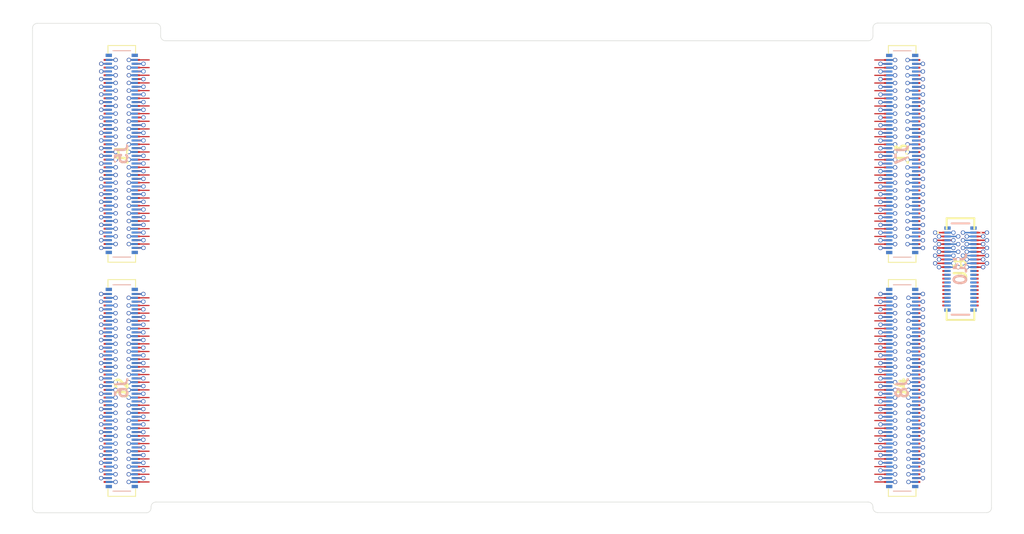
<source format=kicad_pcb>
(kicad_pcb (version 20240108) (generator "pcbnew") (generator_version "8.0")
  (layers (0 "F.Cu" signal) (1 "In1.Cu" power) (2 "In2.Cu" power) (3 "In3.Cu" signal) (4 "In4.Cu" power) (31 "B.Cu" signal) (34 "B.Paste" user) (35 "F.Paste" user) (36 "B.SilkS" user "B.Silkscreen") (37 "F.SilkS" user "F.Silkscreen") (38 "B.Mask" user) (39 "F.Mask" user) (44 "Edge.Cuts" user))
  (net 0 "")
  (net 1 "A_41")
  (net 2 "GND")
  (net 3 "A_1")
  (net 4 "A_89")
  (net 5 "A_57")
  (net 6 "A_49")
  (net 7 "A_54")
  (net 8 "A_37")
  (net 9 "A_81")
  (net 10 "A_6")
  (net 11 "A_85")
  (net 12 "A_33")
  (net 13 "A_58")
  (net 14 "A_17")
  (net 15 "A_2")
  (net 16 "A_66")
  (net 17 "A_50")
  (net 18 "A_26")
  (net 19 "A_42")
  (net 20 "A_21")
  (net 21 "A_14")
  (net 22 "A_74")
  (net 23 "A_77")
  (net 24 "A_62")
  (net 25 "A_30")
  (net 26 "A_61")
  (net 27 "A_70")
  (net 28 "A_98")
  (net 29 "A_13")
  (net 30 "A_69")
  (net 31 "A_78")
  (net 32 "A_65")
  (net 33 "A_23")
  (net 34 "A_10")
  (net 35 "A_18")
  (net 36 "A_94")
  (net 37 "A_45")
  (net 38 "A_97")
  (net 39 "A_29")
  (net 40 "A_46")
  (net 41 "A_9")
  (net 42 "A_34")
  (net 43 "A_93")
  (net 44 "A_38")
  (net 45 "A_86")
  (net 46 "A_73")
  (net 47 "A_90")
  (net 48 "A_53")
  (net 49 "A_22")
  (net 50 "A_82")
  (net 51 "A_5")
  (net 52 "B_11")
  (net 53 "B_84")
  (net 54 "B_40")
  (net 55 "B_35")
  (net 56 "B_19")
  (net 57 "B_47")
  (net 58 "B_83")
  (net 59 "B_92")
  (net 60 "B_91")
  (net 61 "B_96")
  (net 62 "B_68")
  (net 63 "B_76")
  (net 64 "B_48")
  (net 65 "B_99")
  (net 66 "B_20")
  (net 67 "B_56")
  (net 68 "B_7")
  (net 69 "B_31")
  (net 70 "B_95")
  (net 71 "B_15")
  (net 72 "B_79")
  (net 73 "B_75")
  (net 74 "B_88")
  (net 75 "B_36")
  (net 76 "B_87")
  (net 77 "B_43")
  (net 78 "B_100")
  (net 79 "B_51")
  (net 80 "B_80")
  (net 81 "B_71")
  (net 82 "B_32")
  (net 83 "B_55")
  (net 84 "B_72")
  (net 85 "B_4")
  (net 86 "B_63")
  (net 87 "B_27")
  (net 88 "B_59")
  (net 89 "B_28")
  (net 90 "B_12")
  (net 91 "B_8")
  (net 92 "B_60")
  (net 93 "B_52")
  (net 94 "B_23")
  (net 95 "B_24")
  (net 96 "B_3")
  (net 97 "B_67")
  (net 98 "B_16")
  (net 99 "B_44")
  (net 100 "B_39")
  (net 101 "B_64")
  (net 102 "C_37")
  (net 103 "C_90")
  (net 104 "C_73")
  (net 105 "C_46")
  (net 106 "C_66")
  (net 107 "C_61")
  (net 108 "C_69")
  (net 109 "C_93")
  (net 110 "C_13")
  (net 111 "C_30")
  (net 112 "C_42")
  (net 113 "C_86")
  (net 114 "C_98")
  (net 115 "C_85")
  (net 116 "C_18")
  (net 117 "C_82")
  (net 118 "C_74")
  (net 119 "C_23")
  (net 120 "C_5")
  (net 121 "C_53")
  (net 122 "C_33")
  (net 123 "C_65")
  (net 124 "C_21")
  (net 125 "C_14")
  (net 126 "C_41")
  (net 127 "C_62")
  (net 128 "C_10")
  (net 129 "C_29")
  (net 130 "C_1")
  (net 131 "C_77")
  (net 132 "C_50")
  (net 133 "C_34")
  (net 134 "C_54")
  (net 135 "C_22")
  (net 136 "C_89")
  (net 137 "C_97")
  (net 138 "C_26")
  (net 139 "C_38")
  (net 140 "C_78")
  (net 141 "C_94")
  (net 142 "C_49")
  (net 143 "C_45")
  (net 144 "C_70")
  (net 145 "C_6")
  (net 146 "C_9")
  (net 147 "C_2")
  (net 148 "C_58")
  (net 149 "C_81")
  (net 150 "C_17")
  (net 151 "C_57")
  (net 152 "D_75")
  (net 153 "D_72")
  (net 154 "D_91")
  (net 155 "D_44")
  (net 156 "D_71")
  (net 157 "D_95")
  (net 158 "D_55")
  (net 159 "D_31")
  (net 160 "D_8")
  (net 161 "D_32")
  (net 162 "D_16")
  (net 163 "D_4")
  (net 164 "D_96")
  (net 165 "D_27")
  (net 166 "D_60")
  (net 167 "D_88")
  (net 168 "D_40")
  (net 169 "D_99")
  (net 170 "D_51")
  (net 171 "D_43")
  (net 172 "D_3")
  (net 173 "D_47")
  (net 174 "D_59")
  (net 175 "D_36")
  (net 176 "D_68")
  (net 177 "D_84")
  (net 178 "D_7")
  (net 179 "D_39")
  (net 180 "D_35")
  (net 181 "D_48")
  (net 182 "D_63")
  (net 183 "D_80")
  (net 184 "D_83")
  (net 185 "D_87")
  (net 186 "D_92")
  (net 187 "D_56")
  (net 188 "D_15")
  (net 189 "D_76")
  (net 190 "D_100")
  (net 191 "D_11")
  (net 192 "D_52")
  (net 193 "D_64")
  (net 194 "D_67")
  (net 195 "D_23")
  (net 196 "D_12")
  (net 197 "D_20")
  (net 198 "D_19")
  (net 199 "D_24")
  (net 200 "D_79")
  (net 201 "D_28")
  (net 204 "+3V3")
  (net 206 "+5V")
  (footprint "DF40C-100DS-0.4V_51:DF40C100DS04V51" (layer "F.Cu") (at 52.98282 86.29864 -90)
    (property "Reference" "J2")
    (property "Value" "DF40C-100DS-0.4V51" (hide yes))
  )
  (footprint "DF40C-100DS-0.4V_51:DF40C100DS04V51" (layer "F.Cu") (at 52.98282 61.88976 -90)
    (property "Reference" "J1")
    (property "Value" "DF40C-100DS-0.4V51" (hide yes))
  )
  (footprint "DF40C-100DS-0.4V_51:DF40C100DS04V51" (layer "F.Cu") (at 134.36282 86.29864 -90)
    (property "Reference" "J4")
    (property "Value" "DF40C-100DS-0.4V51" (hide yes))
  )
  (footprint "DF40C-40DS-0.4V_51:DF40C40DS04V51" (layer "F.Cu") (at 140.442358 73.898638 -90)
    (property "Reference" "J9")
    (property "Value" "DF40C-40DS-0.4V51" (hide yes))
  )
  (footprint "DF40C-100DS-0.4V_51:DF40C100DS04V51" (layer "F.Cu") (at 134.36282 61.898639 -90)
    (property "Reference" "J3")
    (property "Value" "DF40C-100DS-0.4V51" (hide yes))
  )
  (footprint "DF40C-100DP-0.4V_51:DF40C100DP04V51" (layer "B.Cu") (at 134.36562 61.898639 -90)
    (property "Reference" "J7")
    (property "Value" "DF40C-100DP-0.4V51" (hide yes))
  )
  (footprint "DF40C-100DP-0.4V_51:DF40C100DP04V51" (layer "B.Cu") (at 52.98282 61.88976 -90)
    (property "Reference" "J5")
    (property "Value" "DF40C-100DP-0.4V51" (hide yes))
  )
  (footprint "DF40C-100DP-0.4V_51:DF40C100DP04V51" (layer "B.Cu") (at 52.98562 86.29864 -90)
    (property "Reference" "J6")
    (property "Value" "DF40C-100DP-0.4V51" (hide yes))
  )
  (footprint "DF40C-40DP-0.4V_51:DF40C40DP04V51" (layer "B.Cu") (at 140.442358 73.898638 -90)
    (property "Reference" "J10")
    (property "Value" "DF40C-40DP-0.4V51" (hide yes))
  )
  (footprint "DF40C-100DP-0.4V_51:DF40C100DP04V51" (layer "B.Cu") (at 134.36562 86.29864 -90)
    (property "Reference" "J8")
    (property "Value" "DF40C-100DP-0.4V51" (hide yes))
  )
  (gr_arc (start 57.535279 50.09524) (mid 57.181726 49.948793) (end 57.035279 49.59524) (stroke (width 0.05)) (layer "Edge.Cuts"))
  (gr_line (start 57.035279 48.781642) (end 57.035279 49.59524) (stroke (width 0.05)) (layer "Edge.Cuts"))
  (gr_arc (start 131.81528 99.29524) (mid 131.461717 99.148785) (end 131.31528 98.79524) (stroke (width 0.05)) (layer "Edge.Cuts"))
  (gr_arc (start 43.675279 48.77524) (mid 43.821717 48.421678) (end 44.175279 48.27524) (stroke (width 0.05)) (layer "Edge.Cuts"))
  (gr_arc (start 131.31528 49.59524) (mid 131.168837 49.948815) (end 130.81528 50.09524) (stroke (width 0.05)) (layer "Edge.Cuts"))
  (gr_line (start 130.81528 50.09524) (end 57.535279 50.09524) (stroke (width 0.05)) (layer "Edge.Cuts"))
  (gr_line (start 56.035279 98.69524) (end 56.035279 98.81524) (stroke (width 0.05)) (layer "Edge.Cuts"))
  (gr_arc (start 56.035279 98.69524) (mid 56.181717 98.341678) (end 56.535279 98.19524) (stroke (width 0.05)) (layer "Edge.Cuts"))
  (gr_line (start 56.535279 98.19524) (end 130.81528 98.19524) (stroke (width 0.05)) (layer "Edge.Cuts"))
  (gr_line (start 131.81528 48.24524) (end 143.175279 48.24524) (stroke (width 0.05)) (layer "Edge.Cuts"))
  (gr_arc (start 56.53532 48.27524) (mid 56.8911 48.423987) (end 57.035279 48.781642) (stroke (width 0.05)) (layer "Edge.Cuts"))
  (gr_line (start 43.675279 48.77524) (end 43.675279 98.81524) (stroke (width 0.05)) (layer "Edge.Cuts"))
  (gr_arc (start 143.675279 98.79524) (mid 143.528836 99.148814) (end 143.175279 99.29524) (stroke (width 0.05)) (layer "Edge.Cuts"))
  (gr_line (start 55.535279 99.31524) (end 44.175279 99.31524) (stroke (width 0.05)) (layer "Edge.Cuts"))
  (gr_arc (start 143.175279 48.24524) (mid 143.528859 48.391672) (end 143.675279 48.74524) (stroke (width 0.05)) (layer "Edge.Cuts"))
  (gr_line (start 44.175279 48.27524) (end 56.53532 48.27524) (stroke (width 0.05)) (layer "Edge.Cuts"))
  (gr_line (start 131.31528 98.69524) (end 131.31528 98.79524) (stroke (width 0.05)) (layer "Edge.Cuts"))
  (gr_line (start 131.81528 99.29524) (end 143.175279 99.29524) (stroke (width 0.05)) (layer "Edge.Cuts"))
  (gr_arc (start 44.175279 99.31524) (mid 43.821726 99.168793) (end 43.675279 98.81524) (stroke (width 0.05)) (layer "Edge.Cuts"))
  (gr_arc (start 131.31528 48.74524) (mid 131.46173 48.391708) (end 131.81528 48.24524) (stroke (width 0.05)) (layer "Edge.Cuts"))
  (gr_line (start 131.31528 49.59524) (end 131.31528 48.74524) (stroke (width 0.05)) (layer "Edge.Cuts"))
  (gr_line (start 143.675279 98.79524) (end 143.675279 48.74524) (stroke (width 0.05)) (layer "Edge.Cuts"))
  (gr_arc (start 56.035279 98.81524) (mid 55.888844 99.168805) (end 55.535279 99.31524) (stroke (width 0.05)) (layer "Edge.Cuts"))
  (gr_arc (start 130.81528 98.19524) (mid 131.168859 98.341672) (end 131.31528 98.69524) (stroke (width 0.05)) (layer "Edge.Cuts"))
  (segment (start 52.34282 60.08976) (end 51.44282 60.08976) (width 0.156464) (layer "F.Cu") (net 1))
  (via (at 52.34282 60.08976) (size 0.45) (drill 0.3) (layers "F.Cu" "B.Cu") (net 1))
  (segment (start 51.62782 60.08976) (end 52.34282 60.08976) (width 0.156464) (layer "B.Cu") (net 1))
  (segment (start 132.82282 87.69864) (end 132.10282 87.69864) (width 0.156464) (layer "F.Cu") (net 2))
  (segment (start 132.82282 71.698639) (end 132.10282 71.698639) (width 0.156464) (layer "F.Cu") (net 2))
  (segment (start 135.92282 53.298639) (end 136.52282 53.298639) (width 0.156464) (layer "F.Cu") (net 2))
  (segment (start 51.44282 58.88976) (end 50.84282 58.88976) (width 0.156464) (layer "F.Cu") (net 2))
  (segment (start 51.44282 54.08976) (end 50.84282 54.08976) (width 0.156464) (layer "F.Cu") (net 2))
  (segment (start 141.982358 72.898638) (end 142.802358 72.898638) (width 0.156464) (layer "F.Cu") (net 2))
  (segment (start 132.82282 68.498639) (end 132.10282 68.498639) (width 0.156464) (layer "F.Cu") (net 2))
  (segment (start 135.92282 88.49864) (end 136.52282 88.49864) (width 0.156464) (layer "F.Cu") (net 2))
  (segment (start 54.51062 80.49864) (end 55.23062 80.49864) (width 0.156464) (layer "F.Cu") (net 2))
  (segment (start 51.43062 85.29864) (end 50.83062 85.29864) (width 0.156464) (layer "F.Cu") (net 2))
  (segment (start 54.52282 70.08976) (end 55.24282 70.08976) (width 0.156464) (layer "F.Cu") (net 2))
  (segment (start 51.44282 57.28976) (end 50.84282 57.28976) (width 0.156464) (layer "F.Cu") (net 2))
  (segment (start 132.82282 91.69864) (end 132.10282 91.69864) (width 0.156464) (layer "F.Cu") (net 2))
  (segment (start 132.82282 95.69864) (end 132.10282 95.69864) (width 0.156464) (layer "F.Cu") (net 2))
  (segment (start 135.92282 63.698639) (end 136.52282 63.698639) (width 0.156464) (layer "F.Cu") (net 2))
  (segment (start 135.92282 78.09864) (end 136.52282 78.09864) (width 0.156464) (layer "F.Cu") (net 2))
  (segment (start 54.52282 66.08976) (end 55.24282 66.08976) (width 0.156464) (layer "F.Cu") (net 2))
  (segment (start 51.43062 82.09864) (end 50.83062 82.09864) (width 0.156464) (layer "F.Cu") (net 2))
  (segment (start 54.51062 78.89864) (end 55.23062 78.89864) (width 0.156464) (layer "F.Cu") (net 2))
  (segment (start 51.44282 70.88976) (end 50.84282 70.88976) (width 0.156464) (layer "F.Cu") (net 2))
  (segment (start 138.902358 73.698638) (end 138.202358 73.698638) (width 0.156464) (layer "F.Cu") (net 2))
  (segment (start 135.92282 67.698639) (end 136.52282 67.698639) (width 0.156464) (layer "F.Cu") (net 2))
  (segment (start 135.92282 59.698639) (end 136.52282 59.698639) (width 0.156464) (layer "F.Cu") (net 2))
  (segment (start 135.92282 62.098639) (end 136.52282 62.098639) (width 0.156464) (layer "F.Cu") (net 2))
  (segment (start 54.52282 66.88976) (end 55.24282 66.88976) (width 0.156464) (layer "F.Cu") (net 2))
  (segment (start 51.43062 82.89864) (end 50.83062 82.89864) (width 0.156464) (layer "F.Cu") (net 2))
  (segment (start 132.82282 70.898639) (end 132.10282 70.898639) (width 0.156464) (layer "F.Cu") (net 2))
  (segment (start 54.51062 87.69864) (end 55.23062 87.69864) (width 0.156464) (layer "F.Cu") (net 2))
  (segment (start 132.82282 66.898639) (end 132.10282 66.898639) (width 0.156464) (layer "F.Cu") (net 2))
  (segment (start 132.82282 78.09864) (end 132.10282 78.09864) (width 0.156464) (layer "F.Cu") (net 2))
  (segment (start 54.51062 85.29864) (end 55.23062 85.29864) (width 0.156464) (layer "F.Cu") (net 2))
  (segment (start 54.52282 55.68976) (end 55.24282 55.68976) (width 0.156464) (layer "F.Cu") (net 2))
  (segment (start 135.92282 90.89864) (end 136.52282 90.89864) (width 0.156464) (layer "F.Cu") (net 2))
  (segment (start 135.92282 82.89864) (end 136.52282 82.89864) (width 0.156464) (layer "F.Cu") (net 2))
  (segment (start 51.44282 70.08976) (end 50.84282 70.08976) (width 0.156464) (layer "F.Cu") (net 2))
  (segment (start 135.92282 52.498639) (end 136.52282 52.498639) (width 0.156464) (layer "F.Cu") (net 2))
  (segment (start 132.82282 92.49864) (end 132.10282 92.49864) (width 0.156464) (layer "F.Cu") (net 2))
  (segment (start 54.51062 93.29864) (end 55.23062 93.29864) (width 0.156464) (layer "F.Cu") (net 2))
  (segment (start 51.44282 65.28976) (end 50.84282 65.28976) (width 0.156464) (layer "F.Cu") (net 2))
  (segment (start 54.52282 58.08976) (end 55.24282 58.08976) (width 0.156464) (layer "F.Cu") (net 2))
  (segment (start 141.982358 73.698638) (end 142.802358 73.698638) (width 0.156464) (layer "F.Cu") (net 2))
  (segment (start 135.92282 94.09864) (end 136.52282 94.09864) (width 0.156464) (layer "F.Cu") (net 2))
  (segment (start 54.52282 64.48976) (end 55.24282 64.48976) (width 0.156464) (layer "F.Cu") (net 2))
  (segment (start 54.51062 83.69864) (end 55.23062 83.69864) (width 0.156464) (layer "F.Cu") (net 2))
  (segment (start 132.82282 62.898639) (end 132.10282 62.898639) (width 0.156464) (layer "F.Cu") (net 2))
  (segment (start 135.92282 70.098639) (end 136.52282 70.098639) (width 0.156464) (layer "F.Cu") (net 2))
  (segment (start 135.92282 56.498639) (end 136.52282 56.498639) (width 0.156464) (layer "F.Cu") (net 2))
  (segment (start 132.82282 94.89864) (end 132.10282 94.89864) (width 0.156464) (layer "F.Cu") (net 2))
  (segment (start 51.43062 81.29864) (end 50.83062 81.29864) (width 0.156464) (layer "F.Cu") (net 2))
  (segment (start 54.51062 86.09864) (end 55.23062 86.09864) (width 0.156464) (layer "F.Cu") (net 2))
  (segment (start 132.82282 78.89864) (end 132.10282 78.89864) (width 0.156464) (layer "F.Cu") (net 2))
  (segment (start 54.51062 90.89864) (end 55.23062 90.89864) (width 0.156464) (layer "F.Cu") (net 2))
  (segment (start 54.51062 91.69864) (end 55.23062 91.69864) (width 0.156464) (layer "F.Cu") (net 2))
  (segment (start 132.82282 66.098639) (end 132.10282 66.098639) (width 0.156464) (layer "F.Cu") (net 2))
  (segment (start 51.43062 78.89864) (end 50.83062 78.89864) (width 0.156464) (layer "F.Cu") (net 2))
  (segment (start 135.92282 57.298639) (end 136.52282 57.298639) (width 0.156464) (layer "F.Cu") (net 2))
  (segment (start 51.44282 63.68976) (end 50.84282 63.68976) (width 0.156464) (layer "F.Cu") (net 2))
  (segment (start 135.92282 62.898639) (end 136.52282 62.898639) (width 0.156464) (layer "F.Cu") (net 2))
  (segment (start 51.43062 93.29864) (end 50.83062 93.29864) (width 0.156464) (layer "F.Cu") (net 2))
  (segment (start 135.92282 61.298639) (end 136.52282 61.298639) (width 0.156464) (layer "F.Cu") (net 2))
  (segment (start 135.92282 58.098639) (end 136.52282 58.098639) (width 0.156464) (layer "F.Cu") (net 2))
  (segment (start 54.51062 92.49864) (end 55.23062 92.49864) (width 0.156464) (layer "F.Cu") (net 2))
  (segment (start 54.51062 82.09864) (end 55.23062 82.09864) (width 0.156464) (layer "F.Cu") (net 2))
  (segment (start 54.51062 94.09864) (end 55.23062 94.09864) (width 0.156464) (layer "F.Cu") (net 2))
  (segment (start 51.43062 84.49864) (end 50.83062 84.49864) (width 0.156464) (layer "F.Cu") (net 2))
  (segment (start 132.82282 70.098639) (end 132.10282 70.098639) (width 0.156464) (layer "F.Cu") (net 2))
  (segment (start 135.92282 70.898639) (end 136.52282 70.898639) (width 0.156464) (layer "F.Cu") (net 2))
  (segment (start 132.82282 63.698639) (end 132.10282 63.698639) (width 0.156464) (layer "F.Cu") (net 2))
  (segment (start 51.43062 94.89864) (end 50.83062 94.89864) (width 0.156464) (layer "F.Cu") (net 2))
  (segment (start 135.92282 86.89864) (end 136.52282 86.89864) (width 0.156464) (layer "F.Cu") (net 2))
  (segment (start 132.82282 85.29864) (end 132.10282 85.29864) (width 0.156464) (layer "F.Cu") (net 2))
  (segment (start 51.43062 86.09864) (end 50.83062 86.09864) (width 0.156464) (layer "F.Cu") (net 2))
  (segment (start 138.20559 72.098638) (end 138.202358 72.10187) (width 0.156464) (layer "F.Cu") (net 2))
  (segment (start 132.82282 82.09864) (end 132.10282 82.09864) (width 0.156464) (layer "F.Cu") (net 2))
  (segment (start 135.92282 66.098639) (end 136.52282 66.098639) (width 0.156464) (layer "F.Cu") (net 2))
  (segment (start 135.92282 58.898639) (end 136.52282 58.898639) (width 0.156464) (layer "F.Cu") (net 2))
  (segment (start 132.82282 56.498639) (end 132.10282 56.498639) (width 0.156464) (layer "F.Cu") (net 2))
  (segment (start 135.92282 71.698639) (end 136.52282 71.698639) (width 0.156464) (layer "F.Cu") (net 2))
  (segment (start 54.51062 94.89864) (end 55.23062 94.89864) (width 0.156464) (layer "F.Cu") (net 2))
  (segment (start 51.44282 60.48976) (end 50.84282 60.48976) (width 0.156464) (layer "F.Cu") (net 2))
  (segment (start 132.82282 60.498639) (end 132.10282 60.498639) (width 0.156464) (layer "F.Cu") (net 2))
  (segment (start 135.92282 77.29864) (end 136.52282 77.29864) (width 0.156464) (layer "F.Cu") (net 2))
  (segment (start 54.52282 71.68976) (end 55.24282 71.68976) (width 0.156464) (layer "F.Cu") (net 2))
  (segment (start 132.82282 59.698639) (end 132.10282 59.698639) (width 0.156464) (layer "F.Cu") (net 2))
  (segment (start 142.799126 72.098638) (end 142.802358 72.10187) (width 0.156464) (layer "F.Cu") (net 2))
  (segment (start 132.82282 86.09864) (end 132.10282 86.09864) (width 0.156464) (layer "F.Cu") (net 2))
  (segment (start 51.43062 77.29864) (end 50.83062 77.29864) (width 0.156464) (layer "F.Cu") (net 2))
  (segment (start 54.52282 63.68976) (end 55.24282 63.68976) (width 0.156464) (layer "F.Cu") (net 2))
  (segment (start 51.44282 56.48976) (end 50.84282 56.48976) (width 0.156464) (layer "F.Cu") (net 2))
  (segment (start 51.44282 68.48976) (end 50.84282 68.48976) (width 0.156464) (layer "F.Cu") (net 2))
  (segment (start 132.82282 61.298639) (end 132.10282 61.298639) (width 0.156464) (layer "F.Cu") (net 2))
  (segment (start 138.902358 73.298638) (end 137.802358 73.298638) (width 0.156464) (layer "F.Cu") (net 2))
  (segment (start 54.52282 60.48976) (end 55.24282 60.48976) (width 0.156464) (layer "F.Cu") (net 2))
  (segment (start 138.902358 72.898638) (end 138.202358 72.898638) (width 0.156464) (layer "F.Cu") (net 2))
  (segment (start 54.52282 68.48976) (end 55.24282 68.48976) (width 0.156464) (layer "F.Cu") (net 2))
  (segment (start 51.43062 86.89864) (end 50.83062 86.89864) (width 0.156464) (layer "F.Cu") (net 2))
  (segment (start 132.82282 55.698639) (end 132.10282 55.698639) (width 0.156464) (layer "F.Cu") (net 2))
  (segment (start 135.92282 81.29864) (end 136.52282 81.29864) (width 0.156464) (layer "F.Cu") (net 2))
  (segment (start 132.82282 84.49864) (end 132.10282 84.49864) (width 0.156464) (layer "F.Cu") (net 2))
  (segment (start 51.43062 76.49864) (end 50.83062 76.49864) (width 0.156464) (layer "F.Cu") (net 2))
  (segment (start 51.44282 71.68976) (end 50.84282 71.68976) (width 0.156464) (layer "F.Cu") (net 2))
  (segment (start 135.92282 95.69864) (end 136.52282 95.69864) (width 0.156464) (layer "F.Cu") (net 2))
  (segment (start 135.92282 68.498639) (end 136.52282 68.498639) (width 0.156464) (layer "F.Cu") (net 2))
  (segment (start 54.52282 54.08976) (end 55.24282 54.08976) (width 0.156464) (layer "F.Cu") (net 2))
  (segment (start 135.92282 84.49864) (end 136.52282 84.49864) (width 0.156464) (layer "F.Cu") (net 2))
  (segment (start 132.82282 90.89864) (end 132.10282 90.89864) (width 0.156464) (layer "F.Cu") (net 2))
  (segment (start 132.82282 88.49864) (end 132.10282 88.49864) (width 0.156464) (layer "F.Cu") (net 2))
  (segment (start 54.52282 67.68976) (end 55.24282 67.68976) (width 0.156464) (layer "F.Cu") (net 2))
  (segment (start 51.44282 64.48976) (end 50.84282 64.48976) (width 0.156464) (layer "F.Cu") (net 2))
  (segment (start 135.92282 78.89864) (end 136.52282 78.89864) (width 0.156464) (layer "F.Cu") (net 2))
  (segment (start 132.82282 76.49864) (end 132.10282 76.49864) (width 0.156464) (layer "F.Cu") (net 2))
  (segment (start 54.51062 79.69864) (end 55.23062 79.69864) (width 0.156464) (layer "F.Cu") (net 2))
  (segment (start 132.82282 54.898639) (end 132.10282 54.898639) (width 0.156464) (layer "F.Cu") (net 2))
  (segment (start 51.44282 69.28976) (end 50.84282 69.28976) (width 0.156464) (layer "F.Cu") (net 2))
  (segment (start 132.82282 57.298639) (end 132.10282 57.298639) (width 0.156464) (layer "F.Cu") (net 2))
  (segment (start 135.92282 55.698639) (end 136.52282 55.698639) (width 0.156464) (layer "F.Cu") (net 2))
  (segment (start 54.52282 70.88976) (end 55.24282 70.88976) (width 0.156464) (layer "F.Cu") (net 2))
  (segment (start 54.52282 52.48976) (end 55.24282 52.48976) (width 0.156464) (layer "F.Cu") (net 2))
  (segment (start 54.51062 89.29864) (end 55.23062 89.29864) (width 0.156464) (layer "F.Cu") (net 2))
  (segment (start 135.92282 65.298639) (end 136.52282 65.298639) (width 0.156464) (layer "F.Cu") (net 2))
  (segment (start 132.82282 81.29864) (end 132.10282 81.29864) (width 0.156464) (layer "F.Cu") (net 2))
  (segment (start 135.92282 80.49864) (end 136.52282 80.49864) (width 0.156464) (layer "F.Cu") (net 2))
  (segment (start 132.82282 82.89864) (end 132.10282 82.89864) (width 0.156464) (layer "F.Cu") (net 2))
  (segment (start 54.51062 82.89864) (end 55.23062 82.89864) (width 0.156464) (layer "F.Cu") (net 2))
  (segment (start 135.92282 82.09864) (end 136.52282 82.09864) (width 0.156464) (layer "F.Cu") (net 2))
  (segment (start 51.44282 62.88976) (end 50.84282 62.88976) (width 0.156464) (layer "F.Cu") (net 2))
  (segment (start 135.92282 87.69864) (end 136.52282 87.69864) (width 0.156464) (layer "F.Cu") (net 2))
  (segment (start 54.52282 54.88976) (end 55.24282 54.88976) (width 0.156464) (layer "F.Cu") (net 2))
  (segment (start 135.92282 92.49864) (end 136.52282 92.49864) (width 0.156464) (layer "F.Cu") (net 2))
  (segment (start 135.92282 93.29864) (end 136.52282 93.29864) (width 0.156464) (layer "F.Cu") (net 2))
  (segment (start 132.82282 67.698639) (end 132.10282 67.698639) (width 0.156464) (layer "F.Cu") (net 2))
  (segment (start 51.44282 66.88976) (end 50.84282 66.88976) (width 0.156464) (layer "F.Cu") (net 2))
  (segment (start 51.43062 92.49864) (end 50.83062 92.49864) (width 0.156464) (layer "F.Cu") (net 2))
  (segment (start 135.92282 69.298639) (end 136.52282 69.298639) (width 0.156464) (layer "F.Cu") (net 2))
  (segment (start 135.92282 83.69864) (end 136.52282 83.69864) (width 0.156464) (layer "F.Cu") (net 2))
  (segment (start 132.82282 54.098639) (end 132.10282 54.098639) (width 0.156464) (layer "F.Cu") (net 2))
  (segment (start 135.92282 90.09864) (end 136.52282 90.09864) (width 0.156464) (layer "F.Cu") (net 2))
  (segment (start 54.51062 90.09864) (end 55.23062 90.09864) (width 0.156464) (layer "F.Cu") (net 2))
  (segment (start 51.43062 78.09864) (end 50.83062 78.09864) (width 0.156464) (layer "F.Cu") (net 2))
  (segment (start 51.43062 91.69864) (end 50.83062 91.69864) (width 0.156464) (layer "F.Cu") (net 2))
  (segment (start 135.92282 86.09864) (end 136.52282 86.09864) (width 0.156464) (layer "F.Cu") (net 2))
  (segment (start 135.92282 60.498639) (end 136.52282 60.498639) (width 0.156464) (layer "F.Cu") (net 2))
  (segment (start 132.82282 53.298639) (end 132.10282 53.298639) (width 0.156464) (layer "F.Cu") (net 2))
  (segment (start 135.92282 64.498639) (end 136.52282 64.498639) (width 0.156464) (layer "F.Cu") (net 2))
  (segment (start 51.43062 89.29864) (end 50.83062 89.29864) (width 0.156464) (layer "F.Cu") (net 2))
  (segment (start 51.44282 62.08976) (end 50.84282 62.08976) (width 0.156464) (layer "F.Cu") (net 2))
  (segment (start 54.51062 95.69864) (end 55.23062 95.69864) (width 0.156464) (layer "F.Cu") (net 2))
  (segment (start 51.43062 88.49864) (end 50.83062 88.49864) (width 0.156464) (layer "F.Cu") (net 2))
  (segment (start 51.43062 80.49864) (end 50.83062 80.49864) (width 0.156464) (layer "F.Cu") (net 2))
  (segment (start 132.82282 69.298639) (end 132.10282 69.298639) (width 0.156464) (layer "F.Cu") (net 2))
  (segment (start 54.51062 76.49864) (end 55.23062 76.49864) (width 0.156464) (layer "F.Cu") (net 2))
  (segment (start 54.51062 81.29864) (end 55.23062 81.29864) (width 0.156464) (layer "F.Cu") (net 2))
  (segment (start 51.44282 55.68976) (end 50.84282 55.68976) (width 0.156464) (layer "F.Cu") (net 2))
  (segment (start 54.51062 86.89864) (end 55.23062 86.89864) (width 0.156464) (layer "F.Cu") (net 2))
  (segment (start 54.52282 62.08976) (end 55.24282 62.08976) (width 0.156464) (layer "F.Cu") (net 2))
  (segment (start 135.92282 94.89864) (end 136.52282 94.89864) (width 0.156464) (layer "F.Cu") (net 2))
  (segment (start 51.44282 54.88976) (end 50.84282 54.88976) (width 0.156464) (layer "F.Cu") (net 2))
  (segment (start 138.902358 72.098638) (end 138.20559 72.098638) (width 0.156464) (layer "F.Cu") (net 2))
  (segment (start 132.82282 89.29864) (end 132.10282 89.29864) (width 0.156464) (layer "F.Cu") (net 2))
  (segment (start 51.44282 53.28976) (end 50.84282 53.28976) (width 0.156464) (layer "F.Cu") (net 2))
  (segment (start 132.82282 52.498639) (end 132.10282 52.498639) (width 0.156464) (layer "F.Cu") (net 2))
  (segment (start 132.82282 80.49864) (end 132.10282 80.49864) (width 0.156464) (layer "F.Cu") (net 2))
  (segment (start 54.51062 78.09864) (end 55.23062 78.09864) (width 0.156464) (layer "F.Cu") (net 2))
  (segment (start 132.82282 62.098639) (end 132.10282 62.098639) (width 0.156464) (layer "F.Cu") (net 2))
  (segment (start 132.82282 64.498639) (end 132.10282 64.498639) (width 0.156464) (layer "F.Cu") (net 2))
  (segment (start 132.82282 93.29864) (end 132.10282 93.29864) (width 0.156464) (layer "F.Cu") (net 2))
  (segment (start 51.44282 59.68976) (end 50.84282 59.68976) (width 0.156464) (layer "F.Cu") (net 2))
  (segment (start 135.92282 76.49864) (end 136.52282 76.49864) (width 0.156464) (layer "F.Cu") (net 2))
  (segment (start 51.44282 61.28976) (end 50.84282 61.28976) (width 0.156464) (layer "F.Cu") (net 2))
  (segment (start 135.92282 66.898639) (end 136.52282 66.898639) (width 0.156464) (layer "F.Cu") (net 2))
  (segment (start 54.52282 53.28976) (end 55.24282 53.28976) (width 0.156464) (layer "F.Cu") (net 2))
  (segment (start 132.82282 58.898639) (end 132.10282 58.898639) (width 0.156464) (layer "F.Cu") (net 2))
  (segment (start 54.52282 59.68976) (end 55.24282 59.68976) (width 0.156464) (layer "F.Cu") (net 2))
  (segment (start 51.43062 79.69864) (end 50.83062 79.69864) (width 0.156464) (layer "F.Cu") (net 2))
  (segment (start 51.43062 90.09864) (end 50.83062 90.09864) (width 0.156464) (layer "F.Cu") (net 2))
  (segment (start 132.82282 79.69864) (end 132.10282 79.69864) (width 0.156464) (layer "F.Cu") (net 2))
  (segment (start 135.92282 91.69864) (end 136.52282 91.69864) (width 0.156464) (layer "F.Cu") (net 2))
  (segment (start 138.902358 72.498638) (end 137.802358 72.498638) (width 0.156464) (layer "F.Cu") (net 2))
  (segment (start 54.52282 56.48976) (end 55.24282 56.48976) (width 0.156464) (layer "F.Cu") (net 2))
  (segment (start 132.82282 94.09864) (end 132.10282 94.09864) (width 0.156464) (layer "F.Cu") (net 2))
  (segment (start 54.52282 69.28976) (end 55.24282 69.28976) (width 0.156464) (layer "F.Cu") (net 2))
  (segment (start 132.82282 58.098639) (end 132.10282 58.098639) (width 0.156464) (layer "F.Cu") (net 2))
  (segment (start 135.92282 89.29864) (end 136.52282 89.29864) (width 0.156464) (layer "F.Cu") (net 2))
  (segment (start 54.52282 62.88976) (end 55.24282 62.88976) (width 0.156464) (layer "F.Cu") (net 2))
  (segment (start 141.982358 73.298638) (end 143.200279 73.298638) (width 0.156464) (layer "F.Cu") (net 2))
  (segment (start 51.44282 58.08976) (end 50.84282 58.08976) (width 0.156464) (layer "F.Cu") (net 2))
  (segment (start 132.82282 83.69864) (end 132.10282 83.69864) (width 0.156464) (layer "F.Cu") (net 2))
  (segment (start 51.44282 67.68976) (end 50.84282 67.68976) (width 0.156464) (layer "F.Cu") (net 2))
  (segment (start 54.52282 58.88976) (end 55.24282 58.88976) (width 0.156464) (layer "F.Cu") (net 2))
  (segment (start 51.43062 83.69864) (end 50.83062 83.69864) (width 0.156464) (layer "F.Cu") (net 2))
  (segment (start 51.43062 94.09864) (end 50.83062 94.09864) (width 0.156464) (layer "F.Cu") (net 2))
  (segment (start 54.51062 88.49864) (end 55.23062 88.49864) (width 0.156464) (layer "F.Cu") (net 2))
  (segment (start 141.982358 72.098638) (end 142.799126 72.098638) (width 0.156464) (layer "F.Cu") (net 2))
  (segment (start 135.92282 54.098639) (end 136.52282 54.098639) (width 0.156464) (layer "F.Cu") (net 2))
  (segment (start 51.43062 90.89864) (end 50.83062 90.89864) (width 0.156464) (layer "F.Cu") (net 2))
  (segment (start 51.43062 95.69864) (end 50.83062 95.69864) (width 0.156464) (layer "F.Cu") (net 2))
  (segment (start 135.92282 54.898639) (end 136.52282 54.898639) (width 0.156464) (layer "F.Cu") (net 2))
  (segment (start 132.82282 90.09864) (end 132.10282 90.09864) (width 0.156464) (layer "F.Cu") (net 2))
  (segment (start 54.52282 61.28976) (end 55.24282 61.28976) (width 0.156464) (layer "F.Cu") (net 2))
  (segment (start 135.92282 85.29864) (end 136.52282 85.29864) (width 0.156464) (layer "F.Cu") (net 2))
  (segment (start 54.52282 57.28976) (end 55.24282 57.28976) (width 0.156464) (layer "F.Cu") (net 2))
  (segment (start 51.44282 66.08976) (end 50.84282 66.08976) (width 0.156464) (layer "F.Cu") (net 2))
  (segment (start 51.43062 87.69864) (end 50.83062 87.69864) (width 0.156464) (layer "F.Cu") (net 2))
  (segment (start 141.982358 72.498638) (end 143.200279 72.498638) (width 0.156464) (layer "F.Cu") (net 2))
  (segment (start 132.82282 65.298639) (end 132.10282 65.298639) (width 0.156464) (layer "F.Cu") (net 2))
  (segment (start 132.82282 86.89864) (end 132.10282 86.89864) (width 0.156464) (layer "F.Cu") (net 2))
  (segment (start 51.44282 52.48976) (end 50.84282 52.48976) (width 0.156464) (layer "F.Cu") (net 2))
  (segment (start 54.51062 77.29864) (end 55.23062 77.29864) (width 0.156464) (layer "F.Cu") (net 2))
  (segment (start 54.51062 84.49864) (end 55.23062 84.49864) (width 0.156464) (layer "F.Cu") (net 2))
  (segment (start 54.52282 65.28976) (end 55.24282 65.28976) (width 0.156464) (layer "F.Cu") (net 2))
  (segment (start 132.82282 77.29864) (end 132.10282 77.29864) (width 0.156464) (layer "F.Cu") (net 2))
  (segment (start 135.92282 79.69864) (end 136.52282 79.69864) (width 0.156464) (layer "F.Cu") (net 2))
  (via (at 55.23062 90.09864) (size 0.45) (drill 0.3) (layers "F.Cu" "B.Cu") (net 2))
  (via (at 132.10282 70.898639) (size 0.45) (drill 0.3) (layers "F.Cu" "B.Cu") (net 2))
  (via (at 136.52282 82.89864) (size 0.45) (drill 0.3) (layers "F.Cu" "B.Cu") (net 2))
  (via (at 55.23062 88.49864) (size 0.45) (drill 0.3) (layers "F.Cu" "B.Cu") (net 2))
  (via (at 136.52282 81.29864) (size 0.45) (drill 0.3) (layers "F.Cu" "B.Cu") (net 2))
  (via (at 50.83062 86.09864) (size 0.45) (drill 0.3) (layers "F.Cu" "B.Cu") (net 2))
  (via (at 136.52282 64.498639) (size 0.45) (drill 0.3) (layers "F.Cu" "B.Cu") (net 2))
  (via (at 136.52282 54.098639) (size 0.45) (drill 0.3) (layers "F.Cu" "B.Cu") (net 2))
  (via (at 50.83062 90.89864) (size 0.45) (drill 0.3) (layers "F.Cu" "B.Cu") (net 2))
  (via (at 50.84282 67.68976) (size 0.45) (drill 0.3) (layers "F.Cu" "B.Cu") (net 2))
  (via (at 55.24282 69.28976) (size 0.45) (drill 0.3) (layers "F.Cu" "B.Cu") (net 2))
  (via (at 132.10282 79.69864) (size 0.45) (drill 0.3) (layers "F.Cu" "B.Cu") (net 2))
  (via (at 140.202358 72.098638) (size 0.45) (drill 0.3) (layers "F.Cu" "B.Cu") (net 2))
  (via (at 50.84282 62.08976) (size 0.45) (drill 0.3) (layers "F.Cu" "B.Cu") (net 2))
  (via (at 132.10282 94.09864) (size 0.45) (drill 0.3) (layers "F.Cu" "B.Cu") (net 2))
  (via (at 55.23062 82.09864) (size 0.45) (drill 0.3) (layers "F.Cu" "B.Cu") (net 2))
  (via (at 132.10282 89.29864) (size 0.45) (drill 0.3) (layers "F.Cu" "B.Cu") (net 2))
  (via (at 55.23062 85.29864) (size 0.45) (drill 0.3) (layers "F.Cu" "B.Cu") (net 2))
  (via (at 55.23062 93.29864) (size 0.45) (drill 0.3) (layers "F.Cu" "B.Cu") (net 2))
  (via (at 136.52282 62.898639) (size 0.45) (drill 0.3) (layers "F.Cu" "B.Cu") (net 2))
  (via (at 140.202358 73.698638) (size 0.45) (drill 0.3) (layers "F.Cu" "B.Cu") (net 2))
  (via (at 55.23062 90.89864) (size 0.45) (drill 0.3) (layers "F.Cu" "B.Cu") (net 2))
  (via (at 138.202358 73.698638) (size 0.45) (drill 0.3) (layers "F.Cu" "B.Cu") (net 2))
  (via (at 136.52282 66.098639) (size 0.45) (drill 0.3) (layers "F.Cu" "B.Cu") (net 2))
  (via (at 50.84282 56.48976) (size 0.45) (drill 0.3) (layers "F.Cu" "B.Cu") (net 2))
  (via (at 50.83062 95.69864) (size 0.45) (drill 0.3) (layers "F.Cu" "B.Cu") (net 2))
  (via (at 55.24282 62.88976) (size 0.45) (drill 0.3) (layers "F.Cu" "B.Cu") (net 2))
  (via (at 55.24282 58.08976) (size 0.45) (drill 0.3) (layers "F.Cu" "B.Cu") (net 2))
  (via (at 55.23062 89.29864) (size 0.45) (drill 0.3) (layers "F.Cu" "B.Cu") (net 2))
  (via (at 136.52282 95.69864) (size 0.45) (drill 0.3) (layers "F.Cu" "B.Cu") (net 2))
  (via (at 136.52282 54.898639) (size 0.45) (drill 0.3) (layers "F.Cu" "B.Cu") (net 2))
  (via (at 55.23062 86.09864) (size 0.45) (drill 0.3) (layers "F.Cu" "B.Cu") (net 2))
  (via (at 136.52282 70.898639) (size 0.45) (drill 0.3) (layers "F.Cu" "B.Cu") (net 2))
  (via (at 50.84282 66.08976) (size 0.45) (drill 0.3) (layers "F.Cu" "B.Cu") (net 2))
  (via (at 55.23062 84.49864) (size 0.45) (drill 0.3) (layers "F.Cu" "B.Cu") (net 2))
  (via (at 138.202358 72.10187) (size 0.45) (drill 0.3) (layers "F.Cu" "B.Cu") (net 2))
  (via (at 55.23062 78.09864) (size 0.45) (drill 0.3) (layers "F.Cu" "B.Cu") (net 2))
  (via (at 132.10282 70.098639) (size 0.45) (drill 0.3) (layers "F.Cu" "B.Cu") (net 2))
  (via (at 50.84282 52.48976) (size 0.45) (drill 0.3) (layers "F.Cu" "B.Cu") (net 2))
  (via (at 136.52282 57.298639) (size 0.45) (drill 0.3) (layers "F.Cu" "B.Cu") (net 2))
  (via (at 50.83062 84.49864) (size 0.45) (drill 0.3) (layers "F.Cu" "B.Cu") (net 2))
  (via (at 136.52282 53.298639) (size 0.45) (drill 0.3) (layers "F.Cu" "B.Cu") (net 2))
  (via (at 50.83062 78.89864) (size 0.45) (drill 0.3) (layers "F.Cu" "B.Cu") (net 2))
  (via (at 136.52282 93.29864) (size 0.45) (drill 0.3) (layers "F.Cu" "B.Cu") (net 2))
  (via (at 132.10282 57.298639) (size 0.45) (drill 0.3) (layers "F.Cu" "B.Cu") (net 2))
  (via (at 55.23062 95.69864) (size 0.45) (drill 0.3) (layers "F.Cu" "B.Cu") (net 2))
  (via (at 50.84282 55.68976) (size 0.45) (drill 0.3) (layers "F.Cu" "B.Cu") (net 2))
  (via (at 136.52282 78.09864) (size 0.45) (drill 0.3) (layers "F.Cu" "B.Cu") (net 2))
  (via (at 55.23062 87.69864) (size 0.45) (drill 0.3) (layers "F.Cu" "B.Cu") (net 2))
  (via (at 55.24282 53.28976) (size 0.45) (drill 0.3) (layers "F.Cu" "B.Cu") (net 2))
  (via (at 50.84282 69.28976) (size 0.45) (drill 0.3) (layers "F.Cu" "B.Cu") (net 2))
  (via (at 132.10282 88.49864) (size 0.45) (drill 0.3) (layers "F.Cu" "B.Cu") (net 2))
  (via (at 50.84282 65.28976) (size 0.45) (drill 0.3) (layers "F.Cu" "B.Cu") (net 2))
  (via (at 139.702358 72.498638) (size 0.45) (drill 0.3) (layers "F.Cu" "B.Cu") (net 2))
  (via (at 132.10282 55.698639) (size 0.45) (drill 0.3) (layers "F.Cu" "B.Cu") (net 2))
  (via (at 50.84282 68.48976) (size 0.45) (drill 0.3) (layers "F.Cu" "B.Cu") (net 2))
  (via (at 132.10282 62.898639) (size 0.45) (drill 0.3) (layers "F.Cu" "B.Cu") (net 2))
  (via (at 132.10282 86.89864) (size 0.45) (drill 0.3) (layers "F.Cu" "B.Cu") (net 2))
  (via (at 136.52282 67.698639) (size 0.45) (drill 0.3) (layers "F.Cu" "B.Cu") (net 2))
  (via (at 132.10282 92.49864) (size 0.45) (drill 0.3) (layers "F.Cu" "B.Cu") (net 2))
  (via (at 132.10282 58.898639) (size 0.45) (drill 0.3) (layers "F.Cu" "B.Cu") (net 2))
  (via (at 132.10282 63.698639) (size 0.45) (drill 0.3) (layers "F.Cu" "B.Cu") (net 2))
  (via (at 136.52282 52.498639) (size 0.45) (drill 0.3) (layers "F.Cu" "B.Cu") (net 2))
  (via (at 136.52282 60.498639) (size 0.45) (drill 0.3) (layers "F.Cu" "B.Cu") (net 2))
  (via (at 55.23062 80.49864) (size 0.45) (drill 0.3) (layers "F.Cu" "B.Cu") (net 2))
  (via (at 136.52282 58.898639) (size 0.45) (drill 0.3) (layers "F.Cu" "B.Cu") (net 2))
  (via (at 136.52282 83.69864) (size 0.45) (drill 0.3) (layers "F.Cu" "B.Cu") (net 2))
  (via (at 132.10282 62.098639) (size 0.45) (drill 0.3) (layers "F.Cu" "B.Cu") (net 2))
  (via (at 136.52282 62.098639) (size 0.45) (drill 0.3) (layers "F.Cu" "B.Cu") (net 2))
  (via (at 143.200279 73.298638) (size 0.45) (drill 0.3) (layers "F.Cu" "B.Cu") (net 2))
  (via (at 55.24282 70.88976) (size 0.45) (drill 0.3) (layers "F.Cu" "B.Cu") (net 2))
  (via (at 50.83062 94.09864) (size 0.45) (drill 0.3) (layers "F.Cu" "B.Cu") (net 2))
  (via (at 132.10282 76.49864) (size 0.45) (drill 0.3) (layers "F.Cu" "B.Cu") (net 2))
  (via (at 55.23062 82.89864) (size 0.45) (drill 0.3) (layers "F.Cu" "B.Cu") (net 2))
  (via (at 136.52282 90.89864) (size 0.45) (drill 0.3) (layers "F.Cu" "B.Cu") (net 2))
  (via (at 132.10282 83.69864) (size 0.45) (drill 0.3) (layers "F.Cu" "B.Cu") (net 2))
  (via (at 50.83062 77.29864) (size 0.45) (drill 0.3) (layers "F.Cu" "B.Cu") (net 2))
  (via (at 50.83062 94.89864) (size 0.45) (drill 0.3) (layers "F.Cu" "B.Cu") (net 2))
  (via (at 50.84282 57.28976) (size 0.45) (drill 0.3) (layers "F.Cu" "B.Cu") (net 2))
  (via (at 136.52282 63.698639) (size 0.45) (drill 0.3) (layers "F.Cu" "B.Cu") (net 2))
  (via (at 50.84282 62.88976) (size 0.45) (drill 0.3) (layers "F.Cu" "B.Cu") (net 2))
  (via (at 132.10282 80.49864) (size 0.45) (drill 0.3) (layers "F.Cu" "B.Cu") (net 2))
  (via (at 50.83062 85.29864) (size 0.45) (drill 0.3) (layers "F.Cu" "B.Cu") (net 2))
  (via (at 139.702358 73.298638) (size 0.45) (drill 0.3) (layers "F.Cu" "B.Cu") (net 2))
  (via (at 136.52282 86.89864) (size 0.45) (drill 0.3) (layers "F.Cu" "B.Cu") (net 2))
  (via (at 50.84282 70.08976) (size 0.45) (drill 0.3) (layers "F.Cu" "B.Cu") (net 2))
  (via (at 55.24282 52.48976) (size 0.45) (drill 0.3) (layers "F.Cu" "B.Cu") (net 2))
  (via (at 138.202358 72.898638) (size 0.45) (drill 0.3) (layers "F.Cu" "B.Cu") (net 2))
  (via (at 132.10282 82.09864) (size 0.45) (drill 0.3) (layers "F.Cu" "B.Cu") (net 2))
  (via (at 132.10282 78.89864) (size 0.45) (drill 0.3) (layers "F.Cu" "B.Cu") (net 2))
  (via (at 136.52282 79.69864) (size 0.45) (drill 0.3) (layers "F.Cu" "B.Cu") (net 2))
  (via (at 50.83062 89.29864) (size 0.45) (drill 0.3) (layers "F.Cu" "B.Cu") (net 2))
  (via (at 136.52282 94.09864) (size 0.45) (drill 0.3) (layers "F.Cu" "B.Cu") (net 2))
  (via (at 55.24282 70.08976) (size 0.45) (drill 0.3) (layers "F.Cu" "B.Cu") (net 2))
  (via (at 142.802358 72.898638) (size 0.45) (drill 0.3) (layers "F.Cu" "B.Cu") (net 2))
  (via (at 55.23062 94.89864) (size 0.45) (drill 0.3) (layers "F.Cu" "B.Cu") (net 2))
  (via (at 55.23062 78.89864) (size 0.45) (drill 0.3) (layers "F.Cu" "B.Cu") (net 2))
  (via (at 55.24282 59.68976) (size 0.45) (drill 0.3) (layers "F.Cu" "B.Cu") (net 2))
  (via (at 50.83062 81.29864) (size 0.45) (drill 0.3) (layers "F.Cu" "B.Cu") (net 2))
  (via (at 132.10282 68.498639) (size 0.45) (drill 0.3) (layers "F.Cu" "B.Cu") (net 2))
  (via (at 136.52282 61.298639) (size 0.45) (drill 0.3) (layers "F.Cu" "B.Cu") (net 2))
  (via (at 136.52282 78.89864) (size 0.45) (drill 0.3) (layers "F.Cu" "B.Cu") (net 2))
  (via (at 132.10282 59.698639) (size 0.45) (drill 0.3) (layers "F.Cu" "B.Cu") (net 2))
  (via (at 55.23062 94.09864) (size 0.45) (drill 0.3) (layers "F.Cu" "B.Cu") (net 2))
  (via (at 136.52282 69.298639) (size 0.45) (drill 0.3) (layers "F.Cu" "B.Cu") (net 2))
  (via (at 55.24282 68.48976) (size 0.45) (drill 0.3) (layers "F.Cu" "B.Cu") (net 2))
  (via (at 136.52282 68.498639) (size 0.45) (drill 0.3) (layers "F.Cu" "B.Cu") (net 2))
  (via (at 55.24282 63.68976) (size 0.45) (drill 0.3) (layers "F.Cu" "B.Cu") (net 2))
  (via (at 136.52282 85.29864) (size 0.45) (drill 0.3) (layers "F.Cu" "B.Cu") (net 2))
  (via (at 50.83062 90.09864) (size 0.45) (drill 0.3) (layers "F.Cu" "B.Cu") (net 2))
  (via (at 55.23062 91.69864) (size 0.45) (drill 0.3) (layers "F.Cu" "B.Cu") (net 2))
  (via (at 50.83062 86.89864) (size 0.45) (drill 0.3) (layers "F.Cu" "B.Cu") (net 2))
  (via (at 142.802358 73.698638) (size 0.45) (drill 0.3) (layers "F.Cu" "B.Cu") (net 2))
  (via (at 136.52282 59.698639) (size 0.45) (drill 0.3) (layers "F.Cu" "B.Cu") (net 2))
  (via (at 132.10282 66.898639) (size 0.45) (drill 0.3) (layers "F.Cu" "B.Cu") (net 2))
  (via (at 132.10282 87.69864) (size 0.45) (drill 0.3) (layers "F.Cu" "B.Cu") (net 2))
  (via (at 55.24282 67.68976) (size 0.45) (drill 0.3) (layers "F.Cu" "B.Cu") (net 2))
  (via (at 50.84282 64.48976) (size 0.45) (drill 0.3) (layers "F.Cu" "B.Cu") (net 2))
  (via (at 132.10282 64.498639) (size 0.45) (drill 0.3) (layers "F.Cu" "B.Cu") (net 2))
  (via (at 55.24282 64.48976) (size 0.45) (drill 0.3) (layers "F.Cu" "B.Cu") (net 2))
  (via (at 143.200279 72.498638) (size 0.45) (drill 0.3) (layers "F.Cu" "B.Cu") (net 2))
  (via (at 132.10282 69.298639) (size 0.45) (drill 0.3) (layers "F.Cu" "B.Cu") (net 2))
  (via (at 140.702358 73.298638) (size 0.45) (drill 0.3) (layers "F.Cu" "B.Cu") (net 2))
  (via (at 132.10282 54.898639) (size 0.45) (drill 0.3) (layers "F.Cu" "B.Cu") (net 2))
  (via (at 136.52282 87.69864) (size 0.45) (drill 0.3) (layers "F.Cu" "B.Cu") (net 2))
  (via (at 55.24282 54.08976) (size 0.45) (drill 0.3) (layers "F.Cu" "B.Cu") (net 2))
  (via (at 132.10282 60.498639) (size 0.45) (drill 0.3) (layers "F.Cu" "B.Cu") (net 2))
  (via (at 55.23062 92.49864) (size 0.45) (drill 0.3) (layers "F.Cu" "B.Cu") (net 2))
  (via (at 132.10282 86.09864) (size 0.45) (drill 0.3) (layers "F.Cu" "B.Cu") (net 2))
  (via (at 142.802358 72.10187) (size 0.45) (drill 0.3) (layers "F.Cu" "B.Cu") (net 2))
  (via (at 132.10282 67.698639) (size 0.45) (drill 0.3) (layers "F.Cu" "B.Cu") (net 2))
  (via (at 136.52282 55.698639) (size 0.45) (drill 0.3) (layers "F.Cu" "B.Cu") (net 2))
  (via (at 136.52282 65.298639) (size 0.45) (drill 0.3) (layers "F.Cu" "B.Cu") (net 2))
  (via (at 55.23062 81.29864) (size 0.45) (drill 0.3) (layers "F.Cu" "B.Cu") (net 2))
  (via (at 132.10282 58.098639) (size 0.45) (drill 0.3) (layers "F.Cu" "B.Cu") (net 2))
  (via (at 132.10282 66.098639) (size 0.45) (drill 0.3) (layers "F.Cu" "B.Cu") (net 2))
  (via (at 136.52282 84.49864) (size 0.45) (drill 0.3) (layers "F.Cu" "B.Cu") (net 2))
  (via (at 136.52282 86.09864) (size 0.45) (drill 0.3) (layers "F.Cu" "B.Cu") (net 2))
  (via (at 136.52282 90.09864) (size 0.45) (drill 0.3) (layers "F.Cu" "B.Cu") (net 2))
  (via (at 132.10282 94.89864) (size 0.45) (drill 0.3) (layers "F.Cu" "B.Cu") (net 2))
  (via (at 50.84282 63.68976) (size 0.45) (drill 0.3) (layers "F.Cu" "B.Cu") (net 2))
  (via (at 55.24282 58.88976) (size 0.45) (drill 0.3) (layers "F.Cu" "B.Cu") (net 2))
  (via (at 55.24282 66.88976) (size 0.45) (drill 0.3) (layers "F.Cu" "B.Cu") (net 2))
  (via (at 50.84282 58.88976) (size 0.45) (drill 0.3) (layers "F.Cu" "B.Cu") (net 2))
  (via (at 55.24282 62.08976) (size 0.45) (drill 0.3) (layers "F.Cu" "B.Cu") (net 2))
  (via (at 50.83062 76.49864) (size 0.45) (drill 0.3) (layers "F.Cu" "B.Cu") (net 2))
  (via (at 50.83062 93.29864) (size 0.45) (drill 0.3) (layers "F.Cu" "B.Cu") (net 2))
  (via (at 55.23062 83.69864) (size 0.45) (drill 0.3) (layers "F.Cu" "B.Cu") (net 2))
  (via (at 132.10282 81.29864) (size 0.45) (drill 0.3) (layers "F.Cu" "B.Cu") (net 2))
  (via (at 50.84282 60.48976) (size 0.45) (drill 0.3) (layers "F.Cu" "B.Cu") (net 2))
  (via (at 136.52282 82.09864) (size 0.45) (drill 0.3) (layers "F.Cu" "B.Cu") (net 2))
  (via (at 50.83062 82.09864) (size 0.45) (drill 0.3) (layers "F.Cu" "B.Cu") (net 2))
  (via (at 132.10282 91.69864) (size 0.45) (drill 0.3) (layers "F.Cu" "B.Cu") (net 2))
  (via (at 50.84282 54.08976) (size 0.45) (drill 0.3) (layers "F.Cu" "B.Cu") (net 2))
  (via (at 136.52282 94.89864) (size 0.45) (drill 0.3) (layers "F.Cu" "B.Cu") (net 2))
  (via (at 132.10282 90.89864) (size 0.45) (drill 0.3) (layers "F.Cu" "B.Cu") (net 2))
  (via (at 137.802358 72.498638) (size 0.45) (drill 0.3) (layers "F.Cu" "B.Cu") (net 2))
  (via (at 136.52282 58.098639) (size 0.45) (drill 0.3) (layers "F.Cu" "B.Cu") (net 2))
  (via (at 132.10282 85.29864) (size 0.45) (drill 0.3) (layers "F.Cu" "B.Cu") (net 2))
  (via (at 132.10282 90.09864) (size 0.45) (drill 0.3) (layers "F.Cu" "B.Cu") (net 2))
  (via (at 50.83062 91.69864) (size 0.45) (drill 0.3) (layers "F.Cu" "B.Cu") (net 2))
  (via (at 55.23062 76.49864) (size 0.45) (drill 0.3) (layers "F.Cu" "B.Cu") (net 2))
  (via (at 132.10282 95.69864) (size 0.45) (drill 0.3) (layers "F.Cu" "B.Cu") (net 2))
  (via (at 132.10282 71.698639) (size 0.45) (drill 0.3) (layers "F.Cu" "B.Cu") (net 2))
  (via (at 50.84282 58.08976) (size 0.45) (drill 0.3) (layers "F.Cu" "B.Cu") (net 2))
  (via (at 132.10282 84.49864) (size 0.45) (drill 0.3) (layers "F.Cu" "B.Cu") (net 2))
  (via (at 55.24282 60.48976) (size 0.45) (drill 0.3) (layers "F.Cu" "B.Cu") (net 2))
  (via (at 55.24282 56.48976) (size 0.45) (drill 0.3) (layers "F.Cu" "B.Cu") (net 2))
  (via (at 136.52282 91.69864) (size 0.45) (drill 0.3) (layers "F.Cu" "B.Cu") (net 2))
  (via (at 55.24282 55.68976) (size 0.45) (drill 0.3) (layers "F.Cu" "B.Cu") (net 2))
  (via (at 50.83062 92.49864) (size 0.45) (drill 0.3) (layers "F.Cu" "B.Cu") (net 2))
  (via (at 141.102358 72.098638) (size 0.45) (drill 0.3) (layers "F.Cu" "B.Cu") (net 2))
  (via (at 132.10282 53.298639) (size 0.45) (drill 0.3) (layers "F.Cu" "B.Cu") (net 2))
  (via (at 55.24282 66.08976) (size 0.45) (drill 0.3) (layers "F.Cu" "B.Cu") (net 2))
  (via (at 137.802358 73.298638) (size 0.45) (drill 0.3) (layers "F.Cu" "B.Cu") (net 2))
  (via (at 50.83062 79.69864) (size 0.45) (drill 0.3) (layers "F.Cu" "B.Cu") (net 2))
  (via (at 50.83062 82.89864) (size 0.45) (drill 0.3) (layers "F.Cu" "B.Cu") (net 2))
  (via (at 50.84282 53.28976) (size 0.45) (drill 0.3) (layers "F.Cu" "B.Cu") (net 2))
  (via (at 50.84282 66.88976) (size 0.45) (drill 0.3) (layers "F.Cu" "B.Cu") (net 2))
  (via (at 136.52282 71.698639) (size 0.45) (drill 0.3) (layers "F.Cu" "B.Cu") (net 2))
  (via (at 136.52282 70.098639) (size 0.45) (drill 0.3) (layers "F.Cu" "B.Cu") (net 2))
  (via (at 50.84282 54.88976) (size 0.45) (drill 0.3) (layers "F.Cu" "B.Cu") (net 2))
  (via (at 50.84282 71.68976) (size 0.45) (drill 0.3) (layers "F.Cu" "B.Cu") (net 2))
  (via (at 55.23062 79.69864) (size 0.45) (drill 0.3) (layers "F.Cu" "B.Cu") (net 2))
  (via (at 141.102358 72.898638) (size 0.45) (drill 0.3) (layers "F.Cu" "B.Cu") (net 2))
  (via (at 50.83062 83.69864) (size 0.45) (drill 0.3) (layers "F.Cu" "B.Cu") (net 2))
  (via (at 50.84282 70.88976) (size 0.45) (drill 0.3) (layers "F.Cu" "B.Cu") (net 2))
  (via (at 55.24282 54.88976) (size 0.45) (drill 0.3) (layers "F.Cu" "B.Cu") (net 2))
  (via (at 50.84282 61.28976) (size 0.45) (drill 0.3) (layers "F.Cu" "B.Cu") (net 2))
  (via (at 132.10282 61.298639) (size 0.45) (drill 0.3) (layers "F.Cu" "B.Cu") (net 2))
  (via (at 132.10282 54.098639) (size 0.45) (drill 0.3) (layers "F.Cu" "B.Cu") (net 2))
  (via (at 55.23062 77.29864) (size 0.45) (drill 0.3) (layers "F.Cu" "B.Cu") (net 2))
  (via (at 132.10282 93.29864) (size 0.45) (drill 0.3) (layers "F.Cu" "B.Cu") (net 2))
  (via (at 132.10282 77.29864) (size 0.45) (drill 0.3) (layers "F.Cu" "B.Cu") (net 2))
  (via (at 55.23062 86.89864) (size 0.45) (drill 0.3) (layers "F.Cu" "B.Cu") (net 2))
  (via (at 50.83062 88.49864) (size 0.45) (drill 0.3) (layers "F.Cu" "B.Cu") (net 2))
  (via (at 132.10282 56.498639) (size 0.45) (drill 0.3) (layers "F.Cu" "B.Cu") (net 2))
  (via (at 136.52282 77.29864) (size 0.45) (drill 0.3) (layers "F.Cu" "B.Cu") (net 2))
  (via (at 136.52282 76.49864) (size 0.45) (drill 0.3) (layers "F.Cu" "B.Cu") (net 2))
  (via (at 132.10282 78.09864) (size 0.45) (drill 0.3) (layers "F.Cu" "B.Cu") (net 2))
  (via (at 55.24282 61.28976) (size 0.45) (drill 0.3) (layers "F.Cu" "B.Cu") (net 2))
  (via (at 55.24282 57.28976) (size 0.45) (drill 0.3) (layers "F.Cu" "B.Cu") (net 2))
  (via (at 136.52282 80.49864) (size 0.45) (drill 0.3) (layers "F.Cu" "B.Cu") (net 2))
  (via (at 50.83062 87.69864) (size 0.45) (drill 0.3) (layers "F.Cu" "B.Cu") (net 2))
  (via (at 136.52282 66.898639) (size 0.45) (drill 0.3) (layers "F.Cu" "B.Cu") (net 2))
  (via (at 132.10282 82.89864) (size 0.45) (drill 0.3) (layers "F.Cu" "B.Cu") (net 2))
  (via (at 141.102358 73.698638) (size 0.45) (drill 0.3) (layers "F.Cu" "B.Cu") (net 2))
  (via (at 50.83062 78.09864) (size 0.45) (drill 0.3) (layers "F.Cu" "B.Cu") (net 2))
  (via (at 132.10282 52.498639) (size 0.45) (drill 0.3) (layers "F.Cu" "B.Cu") (net 2))
  (via (at 140.202358 72.898638) (size 0.45) (drill 0.3) (layers "F.Cu" "B.Cu") (net 2))
  (via (at 55.24282 71.68976) (size 0.45) (drill 0.3) (layers "F.Cu" "B.Cu") (net 2))
  (via (at 132.10282 65.298639) (size 0.45) (drill 0.3) (layers "F.Cu" "B.Cu") (net 2))
  (via (at 140.702358 72.498638) (size 0.45) (drill 0.3) (layers "F.Cu" "B.Cu") (net 2))
  (via (at 136.52282 88.49864) (size 0.45) (drill 0.3) (layers "F.Cu" "B.Cu") (net 2))
  (via (at 136.52282 56.498639) (size 0.45) (drill 0.3) (layers "F.Cu" "B.Cu") (net 2))
  (via (at 50.83062 80.49864) (size 0.45) (drill 0.3) (layers "F.Cu" "B.Cu") (net 2))
  (via (at 55.24282 65.28976) (size 0.45) (drill 0.3) (layers "F.Cu" "B.Cu") (net 2))
  (via (at 50.84282 59.68976) (size 0.45) (drill 0.3) (layers "F.Cu" "B.Cu") (net 2))
  (via (at 136.52282 89.29864) (size 0.45) (drill 0.3) (layers "F.Cu" "B.Cu") (net 2))
  (via (at 136.52282 92.49864) (size 0.45) (drill 0.3) (layers "F.Cu" "B.Cu") (net 2))
  (segment (start 136.52282 60.498639) (end 135.73782 60.498639) (width 0.156464) (layer "B.Cu") (net 2))
  (segment (start 136.52282 61.298639) (end 135.73782 61.298639) (width 0.156464) (layer "B.Cu") (net 2))
  (segment (start 133.00782 52.498639) (end 132.10282 52.498639) (width 0.156464) (layer "B.Cu") (net 2))
  (segment (start 133.00782 88.49864) (end 132.10282 88.49864) (width 0.156464) (layer "B.Cu") (net 2))
  (segment (start 133.00782 62.898639) (end 132.10282 62.898639) (width 0.156464) (layer "B.Cu") (net 2))
  (segment (start 141.797358 72.498638) (end 140.702358 72.498638) (width 0.156464) (layer "B.Cu") (net 2))
  (segment (start 50.83062 82.09864) (end 51.61562 82.09864) (width 0.156464) (layer "B.Cu") (net 2))
  (segment (start 133.00782 89.29864) (end 132.10282 89.29864) (width 0.156464) (layer "B.Cu") (net 2))
  (segment (start 136.52282 64.498639) (end 135.73782 64.498639) (width 0.156464) (layer "B.Cu") (net 2))
  (segment (start 135.73782 70.898639) (end 136.52282 70.898639) (width 0.156464) (layer "B.Cu") (net 2))
  (segment (start 50.83062 87.69864) (end 51.61562 87.69864) (width 0.156464) (layer "B.Cu") (net 2))
  (segment (start 133.00782 65.298639) (end 132.10282 65.298639) (width 0.156464) (layer "B.Cu") (net 2))
  (segment (start 136.52282 86.89864) (end 135.73782 86.89864) (width 0.156464) (layer "B.Cu") (net 2))
  (segment (start 50.83062 80.49864) (end 51.61562 80.49864) (width 0.156464) (layer "B.Cu") (net 2))
  (segment (start 133.00782 93.29864) (end 132.10282 93.29864) (width 0.156464) (layer "B.Cu") (net 2))
  (segment (start 50.83062 86.89864) (end 51.61562 86.89864) (width 0.156464) (layer "B.Cu") (net 2))
  (segment (start 50.84282 61.28976) (end 51.62782 61.28976) (width 0.156464) (layer "B.Cu") (net 2))
  (segment (start 51.61562 94.89864) (end 50.83062 94.89864) (width 0.156464) (layer "B.Cu") (net 2))
  (segment (start 50.84282 65.28976) (end 51.62782 65.28976) (width 0.156464) (layer "B.Cu") (net 2))
  (segment (start 133.00782 84.49864) (end 132.10282 84.49864) (width 0.156464) (layer "B.Cu") (net 2))
  (segment (start 133.00782 57.298639) (end 132.10282 57.298639) (width 0.156464) (layer "B.Cu") (net 2))
  (segment (start 54.33782 53.28976) (end 55.24282 53.28976) (width 0.156464) (layer "B.Cu") (net 2))
  (segment (start 54.33782 55.68976) (end 55.24282 55.68976) (width 0.156464) (layer "B.Cu") (net 2))
  (segment (start 50.84282 56.48976) (end 51.62782 56.48976) (width 0.156464) (layer "B.Cu") (net 2))
  (segment (start 54.33782 57.28976) (end 55.24282 57.28976) (width 0.156464) (layer "B.Cu") (net 2))
  (segment (start 139.087358 73.298638) (end 139.702358 73.298638) (width 0.156464) (layer "B.Cu") (net 2))
  (segment (start 50.83062 78.89864) (end 51.61562 78.89864) (width 0.156464) (layer "B.Cu") (net 2))
  (segment (start 50.83062 83.69864) (end 51.61562 83.69864) (width 0.156464) (layer "B.Cu") (net 2))
  (segment (start 54.33782 60.48976) (end 55.24282 60.48976) (width 0.156464) (layer "B.Cu") (net 2))
  (segment (start 54.32562 93.29864) (end 55.23062 93.29864) (width 0.156464) (layer "B.Cu") (net 2))
  (segment (start 54.32562 89.29864) (end 55.23062 89.29864) (width 0.156464) (layer "B.Cu") (net 2))
  (segment (start 50.84282 53.28976) (end 51.62782 53.28976) (width 0.156464) (layer "B.Cu") (net 2))
  (segment (start 50.83062 76.49864) (end 51.61562 76.49864) (width 0.156464) (layer "B.Cu") (net 2))
  (segment (start 50.84282 54.88976) (end 51.62782 54.88976) (width 0.156464) (layer "B.Cu") (net 2))
  (segment (start 50.83062 88.49864) (end 51.61562 88.49864) (width 0.156464) (layer "B.Cu") (net 2))
  (segment (start 133.00782 53.298639) (end 132.10282 53.298639) (width 0.156464) (layer "B.Cu") (net 2))
  (segment (start 133.00782 69.298639) (end 132.10282 69.298639) (width 0.156464) (layer "B.Cu") (net 2))
  (segment (start 50.83062 85.29864) (end 51.61562 85.29864) (width 0.156464) (layer "B.Cu") (net 2))
  (segment (start 133.00782 90.09864) (end 132.10282 90.09864) (width 0.156464) (layer "B.Cu") (net 2))
  (segment (start 141.797358 73.298638) (end 140.702358 73.298638) (width 0.156464) (layer "B.Cu") (net 2))
  (segment (start 54.32562 77.29864) (end 55.23062 77.29864) (width 0.156464) (layer "B.Cu") (net 2))
  (segment (start 51.62782 71.68976) (end 50.84282 71.68976) (width 0.156464) (layer "B.Cu") (net 2))
  (segment (start 54.33782 62.08976) (end 55.24282 62.08976) (width 0.156464) (layer "B.Cu") (net 2))
  (segment (start 135.73782 71.698639) (end 136.52282 71.698639) (width 0.156464) (layer "B.Cu") (net 2))
  (segment (start 133.00782 58.898639) (end 132.10282 58.898639) (width 0.156464) (layer "B.Cu") (net 2))
  (segment (start 133.00782 54.898639) (end 132.10282 54.898639) (width 0.156464) (layer "B.Cu") (net 2))
  (segment (start 54.33782 61.28976) (end 55.24282 61.28976) (width 0.156464) (layer "B.Cu") (net 2))
  (segment (start 54.32562 78.89864) (end 55.23062 78.89864) (width 0.156464) (layer "B.Cu") (net 2))
  (segment (start 133.00782 61.298639) (end 132.10282 61.298639) (width 0.156464) (layer "B.Cu") (net 2))
  (segment (start 139.087358 72.498638) (end 139.702358 72.498638) (width 0.156464) (layer "B.Cu") (net 2))
  (segment (start 136.52282 80.49864) (end 135.73782 80.49864) (width 0.156464) (layer "B.Cu") (net 2))
  (segment (start 135.73782 67.698639) (end 136.52282 67.698639) (width 0.156464) (layer "B.Cu") (net 2))
  (segment (start 50.83062 89.29864) (end 51.61562 89.29864) (width 0.156464) (layer "B.Cu") (net 2))
  (segment (start 136.52282 83.69864) (end 135.73782 83.69864) (width 0.156464) (layer "B.Cu") (net 2))
  (segment (start 135.73782 93.29864) (end 136.52282 93.29864) (width 0.156464) (layer "B.Cu") (net 2))
  (segment (start 54.32562 86.89864) (end 55.23062 86.89864) (width 0.156464) (layer "B.Cu") (net 2))
  (segment (start 51.62782 66.08976) (end 50.84282 66.08976) (width 0.156464) (layer "B.Cu") (net 2))
  (segment (start 136.52282 62.898639) (end 135.73782 62.898639) (width 0.156464) (layer "B.Cu") (net 2))
  (segment (start 54.33782 68.48976) (end 55.24282 68.48976) (width 0.156464) (layer "B.Cu") (net 2))
  (segment (start 135.73782 66.098639) (end 136.52282 66.098639) (width 0.156464) (layer "B.Cu") (net 2))
  (segment (start 54.32562 92.49864) (end 55.23062 92.49864) (width 0.156464) (layer "B.Cu") (net 2))
  (segment (start 54.32562 91.69864) (end 55.23062 91.69864) (width 0.156464) (layer "B.Cu") (net 2))
  (segment (start 50.84282 58.08976) (end 51.62782 58.08976) (width 0.156464) (layer "B.Cu") (net 2))
  (segment (start 50.83062 77.29864) (end 51.61562 77.29864) (width 0.156464) (layer "B.Cu") (net 2))
  (segment (start 50.84282 64.48976) (end 51.62782 64.48976) (width 0.156464) (layer "B.Cu") (net 2))
  (segment (start 54.33782 54.88976) (end 55.24282 54.88976) (width 0.156464) (layer "B.Cu") (net 2))
  (segment (start 50.84282 55.68976) (end 51.62782 55.68976) (width 0.156464) (layer "B.Cu") (net 2))
  (segment (start 136.52282 68.498639) (end 135.73782 68.498639) (width 0.156464) (layer "B.Cu") (net 2))
  (segment (start 54.33782 62.88976) (end 55.24282 62.88976) (width 0.156464) (layer "B.Cu") (net 2))
  (segment (start 51.62782 67.68976) (end 50.84282 67.68976) (width 0.156464) (layer "B.Cu") (net 2))
  (segment (start 136.52282 94.09864) (end 135.73782 94.09864) (width 0.156464) (layer "B.Cu") (net 2))
  (segment (start 135.73782 95.69864) (end 136.52282 95.69864) (width 0.156464) (layer "B.Cu") (net 2))
  (segment (start 141.797358 73.698638) (end 141.102358 73.698638) (width 0.156464) (layer "B.Cu") (net 2))
  (segment (start 136.52282 54.098639) (end 135.73782 54.098639) (width 0.156464) (layer "B.Cu") (net 2))
  (segment (start 133.00782 80.49864) (end 132.10282 80.49864) (width 0.156464) (layer "B.Cu") (net 2))
  (segment (start 139.087358 72.898638) (end 140.202358 72.898638) (width 0.156464) (layer "B.Cu") (net 2))
  (segment (start 136.52282 70.098639) (end 135.73782 70.098639) (width 0.156464) (layer "B.Cu") (net 2))
  (segment (start 54.33782 70.88976) (end 55.24282 70.88976) (width 0.156464) (layer "B.Cu") (net 2))
  (segment (start 51.61562 95.69864) (end 50.83062 95.69864) (width 0.156464) (layer "B.Cu") (net 2))
  (segment (start 136.52282 78.89864) (end 135.73782 78.89864) (width 0.156464) (layer "B.Cu") (net 2))
  (segment (start 50.84282 62.88976) (end 51.62782 62.88976) (width 0.156464) (layer "B.Cu") (net 2))
  (segment (start 133.00782 91.69864) (end 132.10282 91.69864) (width 0.156464) (layer "B.Cu") (net 2))
  (segment (start 133.00782 70.898639) (end 132.10282 70.898639) (width 0.156464) (layer "B.Cu") (net 2))
  (segment (start 136.52282 58.098639) (end 135.73782 58.098639) (width 0.156464) (layer "B.Cu") (net 2))
  (segment (start 133.00782 70.098639) (end 132.10282 70.098639) (width 0.156464) (layer "B.Cu") (net 2))
  (segment (start 140.199126 72.10187) (end 140.202358 72.098638) (width 0.156464) (layer "B.Cu") (net 2))
  (segment (start 136.52282 52.498639) (end 135.73782 52.498639) (width 0.156464) (layer "B.Cu") (net 2))
  (segment (start 136.52282 57.298639) (end 135.73782 57.298639) (width 0.156464) (layer "B.Cu") (net 2))
  (segment (start 133.00782 78.89864) (end 132.10282 78.89864) (width 0.156464) (layer "B.Cu") (net 2))
  (segment (start 50.83062 90.89864) (end 51.61562 90.89864) (width 0.156464) (layer "B.Cu") (net 2))
  (segment (start 54.33782 66.88976) (end 55.24282 66.88976) (width 0.156464) (layer "B.Cu") (net 2))
  (segment (start 136.52282 63.698639) (end 135.73782 63.698639) (width 0.156464) (layer "B.Cu") (net 2))
  (segment (start 50.83062 84.49864) (end 51.61562 84.49864) (width 0.156464) (layer "B.Cu") (net 2))
  (segment (start 50.84282 54.08976) (end 51.62782 54.08976) (width 0.156464) (layer "B.Cu") (net 2))
  (segment (start 133.00782 77.29864) (end 132.10282 77.29864) (width 0.156464) (layer "B.Cu") (net 2))
  (segment (start 54.33782 56.48976) (end 55.24282 56.48976) (width 0.156464) (layer "B.Cu") (net 2))
  (segment (start 136.52282 58.898639) (end 135.73782 58.898639) (width 0.156464) (layer "B.Cu") (net 2))
  (segment (start 141.797358 72.098638) (end 141.102358 72.098638) (width 0.156464) (layer "B.Cu") (net 2))
  (segment (start 136.52282 85.29864) (end 135.73782 85.29864) (width 0.156464) (layer "B.Cu") (net 2))
  (segment (start 50.83062 78.09864) (end 51.61562 78.09864) (width 0.156464) (layer "B.Cu") (net 2))
  (segment (start 133.00782 81.29864) (end 132.10282 81.29864) (width 0.156464) (layer "B.Cu") (net 2))
  (segment (start 133.00782 59.698639) (end 132.10282 59.698639) (width 0.156464) (layer "B.Cu") (net 2))
  (segment (start 133.00782 56.498639) (end 132.10282 56.498639) (width 0.156464) (layer "B.Cu") (net 2))
  (segment (start 54.32562 87.69864) (end 55.23062 87.69864) (width 0.156464) (layer "B.Cu") (net 2))
  (segment (start 136.52282 76.49864) (end 135.73782 76.49864) (width 0.156464) (layer "B.Cu") (net 2))
  (segment (start 54.32562 94.89864) (end 55.23062 94.89864) (width 0.156464) (layer "B.Cu") (net 2))
  (segment (start 133.00782 82.89864) (end 132.10282 82.89864) (width 0.156464) (layer "B.Cu") (net 2))
  (segment (start 139.09059 72.10187) (end 140.199126 72.10187) (width 0.156464) (layer "B.Cu") (net 2))
  (segment (start 133.00782 63.698639) (end 132.10282 63.698639) (width 0.156464) (layer "B.Cu") (net 2))
  (segment (start 136.52282 88.49864) (end 135.73782 88.49864) (width 0.156464) (layer "B.Cu") (net 2))
  (segment (start 50.84282 62.08976) (end 51.62782 62.08976) (width 0.156464) (layer "B.Cu") (net 2))
  (segment (start 54.32562 90.89864) (end 55.23062 90.89864) (width 0.156464) (layer "B.Cu") (net 2))
  (segment (start 54.33782 70.08976) (end 55.24282 70.08976) (width 0.156464) (layer "B.Cu") (net 2))
  (segment (start 54.33782 65.28976) (end 55.24282 65.28976) (width 0.156464) (layer "B.Cu") (net 2))
  (segment (start 54.32562 79.69864) (end 55.23062 79.69864) (width 0.156464) (layer "B.Cu") (net 2))
  (segment (start 51.62782 69.28976) (end 50.84282 69.28976) (width 0.156464) (layer "B.Cu") (net 2))
  (segment (start 54.32562 84.49864) (end 55.23062 84.49864) (width 0.156464) (layer "B.Cu") (net 2))
  (segment (start 136.52282 77.29864) (end 135.73782 77.29864) (width 0.156464) (layer "B.Cu") (net 2))
  (segment (start 50.84282 60.48976) (end 51.62782 60.48976) (width 0.156464) (layer "B.Cu") (net 2))
  (segment (start 133.00782 95.69864) (end 132.10282 95.69864) (width 0.156464) (layer "B.Cu") (net 2))
  (segment (start 133.00782 87.69864) (end 132.10282 87.69864) (width 0.156464) (layer "B.Cu") (net 2))
  (segment (start 50.83062 81.29864) (end 51.61562 81.29864) (width 0.156464) (layer "B.Cu") (net 2))
  (segment (start 54.32562 95.69864) (end 55.23062 95.69864) (width 0.156464) (layer "B.Cu") (net 2))
  (segment (start 54.33782 69.28976) (end 55.24282 69.28976) (width 0.156464) (layer "B.Cu") (net 2))
  (segment (start 136.52282 65.298639) (end 135.73782 65.298639) (width 0.156464) (layer "B.Cu") (net 2))
  (segment (start 135.73782 91.69864) (end 136.52282 91.69864) (width 0.156464) (layer "B.Cu") (net 2))
  (segment (start 54.32562 88.49864) (end 55.23062 88.49864) (width 0.156464) (layer "B.Cu") (net 2))
  (segment (start 133.00782 83.69864) (end 132.10282 83.69864) (width 0.156464) (layer "B.Cu") (net 2))
  (segment (start 51.61562 90.09864) (end 50.83062 90.09864) (width 0.156464) (layer "B.Cu") (net 2))
  (segment (start 133.00782 68.498639) (end 132.10282 68.498639) (width 0.156464) (layer "B.Cu") (net 2))
  (segment (start 50.84282 57.28976) (end 51.62782 57.28976) (width 0.156464) (layer "B.Cu") (net 2))
  (segment (start 133.00782 66.898639) (end 132.10282 66.898639) (width 0.156464) (layer "B.Cu") (net 2))
  (segment (start 136.52282 82.09864) (end 135.73782 82.09864) (width 0.156464) (layer "B.Cu") (net 2))
  (segment (start 136.52282 84.49864) (end 135.73782 84.49864) (width 0.156464) (layer "B.Cu") (net 2))
  (segment (start 133.00782 67.698639) (end 132.10282 67.698639) (width 0.156464) (layer "B.Cu") (net 2))
  (segment (start 136.52282 87.69864) (end 135.73782 87.69864) (width 0.156464) (layer "B.Cu") (net 2))
  (segment (start 54.32562 80.49864) (end 55.23062 80.49864) (width 0.156464) (layer "B.Cu") (net 2))
  (segment (start 50.84282 59.68976) (end 51.62782 59.68976) (width 0.156464) (layer "B.Cu") (net 2))
  (segment (start 136.52282 92.49864) (end 135.73782 92.49864) (width 0.156464) (layer "B.Cu") (net 2))
  (segment (start 133.00782 86.89864) (end 132.10282 86.89864) (width 0.156464) (layer "B.Cu") (net 2))
  (segment (start 50.84282 70.08976) (end 51.62782 70.08976) (width 0.156464) (layer "B.Cu") (net 2))
  (segment (start 133.00782 62.098639) (end 132.10282 62.098639) (width 0.156464) (layer "B.Cu") (net 2))
  (segment (start 135.73782 90.09864) (end 136.52282 90.09864) (width 0.156464) (layer "B.Cu") (net 2))
  (segment (start 141.797358 72.898638) (end 141.102358 72.898638) (width 0.156464) (layer "B.Cu") (net 2))
  (segment (start 133.00782 90.89864) (end 132.10282 90.89864) (width 0.156464) (layer "B.Cu") (net 2))
  (segment (start 136.52282 81.29864) (end 135.73782 81.29864) (width 0.156464) (layer "B.Cu") (net 2))
  (segment (start 50.84282 63.68976) (end 51.62782 63.68976) (width 0.156464) (layer "B.Cu") (net 2))
  (segment (start 136.52282 78.09864) (end 135.73782 78.09864) (width 0.156464) (layer "B.Cu") (net 2))
  (segment (start 133.00782 94.09864) (end 132.10282 94.09864) (width 0.156464) (layer "B.Cu") (net 2))
  (segment (start 133.00782 94.89864) (end 132.10282 94.89864) (width 0.156464) (layer "B.Cu") (net 2))
  (segment (start 54.32562 81.29864) (end 55.23062 81.29864) (width 0.156464) (layer "B.Cu") (net 2))
  (segment (start 136.52282 59.698639) (end 135.73782 59.698639) (width 0.156464) (layer "B.Cu") (net 2))
  (segment (start 133.00782 76.49864) (end 132.10282 76.49864) (width 0.156464) (layer "B.Cu") (net 2))
  (segment (start 136.52282 86.09864) (end 135.73782 86.09864) (width 0.156464) (layer "B.Cu") (net 2))
  (segment (start 141.797358 72.498638) (end 141.502358 72.498638) (width 0.156464) (layer "B.Cu") (net 2))
  (segment (start 136.52282 79.69864) (end 135.73782 79.69864) (width 0.156464) (layer "B.Cu") (net 2))
  (segment (start 51.61562 91.69864) (end 50.83062 91.69864) (width 0.156464) (layer "B.Cu") (net 2))
  (segment (start 50.84282 52.48976) (end 51.62782 52.48976) (width 0.156464) (layer "B.Cu") (net 2))
  (segment (start 50.83062 92.49864) (end 51.61562 92.49864) (width 0.156464) (layer "B.Cu") (net 2))
  (segment (start 136.52282 62.098639) (end 135.73782 62.098639) (width 0.156464) (layer "B.Cu") (net 2))
  (segment (start 54.33782 67.68976) (end 55.24282 67.68976) (width 0.156464) (layer "B.Cu") (net 2))
  (segment (start 54.32562 76.49864) (end 55.23062 76.49864) (width 0.156464) (layer "B.Cu") (net 2))
  (segment (start 51.62782 70.88976) (end 50.84282 70.88976) (width 0.156464) (layer "B.Cu") (net 2))
  (segment (start 133.00782 86.09864) (end 132.10282 86.09864) (width 0.156464) (layer "B.Cu") (net 2))
  (segment (start 133.00782 79.69864) (end 132.10282 79.69864) (width 0.156464) (layer "B.Cu") (net 2))
  (segment (start 50.83062 82.89864) (end 51.61562 82.89864) (width 0.156464) (layer "B.Cu") (net 2))
  (segment (start 54.33782 52.48976) (end 55.24282 52.48976) (width 0.156464) (layer "B.Cu") (net 2))
  (segment (start 54.32562 85.29864) (end 55.23062 85.29864) (width 0.156464) (layer "B.Cu") (net 2))
  (segment (start 136.52282 53.298639) (end 135.73782 53.298639) (width 0.156464) (layer "B.Cu") (net 2))
  (segment (start 54.32562 83.69864) (end 55.23062 83.69864) (width 0.156464) (layer "B.Cu") (net 2))
  (segment (start 51.61562 93.29864) (end 50.83062 93.29864) (width 0.156464) (layer "B.Cu") (net 2))
  (segment (start 136.52282 89.29864) (end 135.73782 89.29864) (width 0.156464) (layer "B.Cu") (net 2))
  (segment (start 54.32562 94.09864) (end 55.23062 94.09864) (width 0.156464) (layer "B.Cu") (net 2))
  (segment (start 133.00782 85.29864) (end 132.10282 85.29864) (width 0.156464) (layer "B.Cu") (net 2))
  (segment (start 54.33782 59.68976) (end 55.24282 59.68976) (width 0.156464) (layer "B.Cu") (net 2))
  (segment (start 54.33782 71.68976) (end 55.24282 71.68976) (width 0.156464) (layer "B.Cu") (net 2))
  (segment (start 54.33782 66.08976) (end 55.24282 66.08976) (width 0.156464) (layer "B.Cu") (net 2))
  (segment (start 54.32562 86.09864) (end 55.23062 86.09864) (width 0.156464) (layer "B.Cu") (net 2))
  (segment (start 133.00782 60.498639) (end 132.10282 60.498639) (width 0.156464) (layer "B.Cu") (net 2))
  (segment (start 133.00782 66.098639) (end 132.10282 66.098639) (width 0.156464) (layer "B.Cu") (net 2))
  (segment (start 133.00782 55.698639) (end 132.10282 55.698639) (width 0.156464) (layer "B.Cu") (net 2))
  (segment (start 54.33782 58.88976) (end 55.24282 58.88976) (width 0.156464) (layer "B.Cu") (net 2))
  (segment (start 50.84282 68.48976) (end 51.62782 68.48976) (width 0.156464) (layer "B.Cu") (net 2))
  (segment (start 139.087358 73.698638) (end 139.402358 73.698638) (width 0.156464) (layer "B.Cu") (net 2))
  (segment (start 136.52282 82.89864) (end 135.73782 82.89864) (width 0.156464) (layer "B.Cu") (net 2))
  (segment (start 54.32562 82.89864) (end 55.23062 82.89864) (width 0.156464) (layer "B.Cu") (net 2))
  (segment (start 54.33782 63.68976) (end 55.24282 63.68976) (width 0.156464) (layer "B.Cu") (net 2))
  (segment (start 50.83062 86.09864) (end 51.61562 86.09864) (width 0.156464) (layer "B.Cu") (net 2))
  (segment (start 133.00782 92.49864) (end 132.10282 92.49864) (width 0.156464) (layer "B.Cu") (net 2))
  (segment (start 136.52282 66.898639) (end 135.73782 66.898639) (width 0.156464) (layer "B.Cu") (net 2))
  (segment (start 133.00782 71.698639) (end 132.10282 71.698639) (width 0.156464) (layer "B.Cu") (net 2))
  (segment (start 136.52282 90.89864) (end 135.73782 90.89864) (width 0.156464) (layer "B.Cu") (net 2))
  (segment (start 50.84282 58.88976) (end 51.62782 58.88976) (width 0.156464) (layer "B.Cu") (net 2))
  (segment (start 136.52282 56.498639) (end 135.73782 56.498639) (width 0.156464) (layer "B.Cu") (net 2))
  (segment (start 54.33782 64.48976) (end 55.24282 64.48976) (width 0.156464) (layer "B.Cu") (net 2))
  (segment (start 136.52282 54.898639) (end 135.73782 54.898639) (width 0.156464) (layer "B.Cu") (net 2))
  (segment (start 50.83062 94.09864) (end 51.61562 94.09864) (width 0.156464) (layer "B.Cu") (net 2))
  (segment (start 135.73782 94.89864) (end 136.52282 94.89864) (width 0.156464) (layer "B.Cu") (net 2))
  (segment (start 50.84282 66.88976) (end 51.62782 66.88976) (width 0.156464) (layer "B.Cu") (net 2))
  (segment (start 135.73782 69.298639) (end 136.52282 69.298639) (width 0.156464) (layer "B.Cu") (net 2))
  (segment (start 54.32562 90.09864) (end 55.23062 90.09864) (width 0.156464) (layer "B.Cu") (net 2))
  (segment (start 139.087358 73.698638) (end 140.202358 73.698638) (width 0.156464) (layer "B.Cu") (net 2))
  (segment (start 50.83062 79.69864) (end 51.61562 79.69864) (width 0.156464) (layer "B.Cu") (net 2))
  (segment (start 133.00782 64.498639) (end 132.10282 64.498639) (width 0.156464) (layer "B.Cu") (net 2))
  (segment (start 139.087358 72.098638) (end 139.09059 72.10187) (width 0.156464) (layer "B.Cu") (net 2))
  (segment (start 136.52282 55.698639) (end 135.73782 55.698639) (width 0.156464) (layer "B.Cu") (net 2))
  (segment (start 52.34282 52.08976) (end 51.44282 52.08976) (width 0.127) (layer "F.Cu") (net 3))
  (via (at 52.34282 52.08976) (size 0.45) (drill 0.3) (layers "F.Cu" "B.Cu") (net 3))
  (segment (start 51.62782 52.08976) (end 52.34282 52.08976) (width 0.156464) (layer "B.Cu") (net 3))
  (segment (start 52.34282 69.68976) (end 51.44282 69.68976) (width 0.127) (layer "F.Cu") (net 4))
  (via (at 52.34282 69.68976) (size 0.45) (drill 0.3) (layers "F.Cu" "B.Cu") (net 4))
  (segment (start 51.62782 69.68976) (end 52.34282 69.68976) (width 0.156464) (layer "B.Cu") (net 4))
  (segment (start 52.34282 63.28976) (end 51.44282 63.28976) (width 0.127) (layer "F.Cu") (net 5))
  (via (at 52.34282 63.28976) (size 0.45) (drill 0.3) (layers "F.Cu" "B.Cu") (net 5))
  (segment (start 51.62782 63.28976) (end 52.34282 63.28976) (width 0.156464) (layer "B.Cu") (net 5))
  (segment (start 52.34282 61.68976) (end 51.44282 61.68976) (width 0.156464) (layer "F.Cu") (net 6))
  (via (at 52.34282 61.68976) (size 0.45) (drill 0.3) (layers "F.Cu" "B.Cu") (net 6))
  (segment (start 51.62782 61.68976) (end 52.34282 61.68976) (width 0.156464) (layer "B.Cu") (net 6))
  (segment (start 54.52282 62.48976) (end 55.84282 62.48976) (width 0.127) (layer "F.Cu") (net 7))
  (via (at 53.72282 62.48976) (size 0.45) (drill 0.3) (layers "F.Cu" "B.Cu") (net 7))
  (segment (start 54.33782 62.48976) (end 53.72282 62.48976) (width 0.156464) (layer "B.Cu") (net 7))
  (segment (start 52.34282 59.28976) (end 51.44282 59.28976) (width 0.156464) (layer "F.Cu") (net 8))
  (via (at 52.34282 59.28976) (size 0.45) (drill 0.3) (layers "F.Cu" "B.Cu") (net 8))
  (segment (start 51.62782 59.28976) (end 52.34282 59.28976) (width 0.156464) (layer "B.Cu") (net 8))
  (segment (start 52.34282 68.08976) (end 51.44282 68.08976) (width 0.127) (layer "F.Cu") (net 9))
  (via (at 52.34282 68.08976) (size 0.45) (drill 0.3) (layers "F.Cu" "B.Cu") (net 9))
  (segment (start 51.62782 68.08976) (end 52.34282 68.08976) (width 0.156464) (layer "B.Cu") (net 9))
  (segment (start 54.52282 52.88976) (end 53.74282 52.88976) (width 0.156464) (layer "F.Cu") (net 10))
  (segment (start 54.52282 52.88976) (end 55.84282 52.88976) (width 0.127) (layer "F.Cu") (net 10))
  (via (at 53.72282 52.88976) (size 0.45) (drill 0.3) (layers "F.Cu" "B.Cu") (net 10))
  (segment (start 54.33782 52.88976) (end 53.72282 52.88976) (width 0.156464) (layer "B.Cu") (net 10))
  (segment (start 52.34282 68.88976) (end 51.44282 68.88976) (width 0.127) (layer "F.Cu") (net 11))
  (via (at 52.34282 68.88976) (size 0.45) (drill 0.3) (layers "F.Cu" "B.Cu") (net 11))
  (segment (start 51.62782 68.88976) (end 52.34282 68.88976) (width 0.156464) (layer "B.Cu") (net 11))
  (segment (start 52.34282 58.48976) (end 51.44282 58.48976) (width 0.156464) (layer "F.Cu") (net 12))
  (via (at 52.34282 58.48976) (size 0.45) (drill 0.3) (layers "F.Cu" "B.Cu") (net 12))
  (segment (start 51.62782 58.48976) (end 52.34282 58.48976) (width 0.156464) (layer "B.Cu") (net 12))
  (segment (start 54.52282 63.28976) (end 55.84282 63.28976) (width 0.127) (layer "F.Cu") (net 13))
  (via (at 53.72282 63.28976) (size 0.45) (drill 0.3) (layers "F.Cu" "B.Cu") (net 13))
  (segment (start 54.33782 63.28976) (end 53.72282 63.28976) (width 0.156464) (layer "B.Cu") (net 13))
  (segment (start 52.34282 55.28976) (end 51.44282 55.28976) (width 0.127) (layer "F.Cu") (net 14))
  (via (at 52.34282 55.28976) (size 0.45) (drill 0.3) (layers "F.Cu" "B.Cu") (net 14))
  (segment (start 51.62782 55.28976) (end 52.34282 55.28976) (width 0.156464) (layer "B.Cu") (net 14))
  (segment (start 54.52282 52.08976) (end 55.84282 52.08976) (width 0.127) (layer "F.Cu") (net 15))
  (segment (start 54.52282 52.08976) (end 53.74282 52.08976) (width 0.156464) (layer "F.Cu") (net 15))
  (segment (start 54.64282 52.08976) (end 54.646052 52.086528) (width 0.156464) (layer "F.Cu") (net 15))
  (segment (start 54.52282 52.08976) (end 54.64282 52.08976) (width 0.156464) (layer "F.Cu") (net 15))
  (via (at 53.72282 52.08976) (size 0.45) (drill 0.3) (layers "F.Cu" "B.Cu") (net 15))
  (segment (start 54.33782 52.08976) (end 53.72282 52.08976) (width 0.156464) (layer "B.Cu") (net 15))
  (segment (start 54.52282 64.88976) (end 55.84282 64.88976) (width 0.127) (layer "F.Cu") (net 16))
  (via (at 53.72282 64.88976) (size 0.45) (drill 0.3) (layers "F.Cu" "B.Cu") (net 16))
  (segment (start 54.33782 64.88976) (end 53.72282 64.88976) (width 0.156464) (layer "B.Cu") (net 16))
  (segment (start 54.52282 61.68976) (end 55.84282 61.68976) (width 0.127) (layer "F.Cu") (net 17))
  (via (at 53.72282 61.68976) (size 0.45) (drill 0.3) (layers "F.Cu" "B.Cu") (net 17))
  (segment (start 54.33782 61.68976) (end 53.72282 61.68976) (width 0.156464) (layer "B.Cu") (net 17))
  (segment (start 54.52282 56.88976) (end 55.84282 56.88976) (width 0.127) (layer "F.Cu") (net 18))
  (via (at 53.72282 56.88976) (size 0.45) (drill 0.3) (layers "F.Cu" "B.Cu") (net 18))
  (segment (start 54.33782 56.88976) (end 53.72282 56.88976) (width 0.156464) (layer "B.Cu") (net 18))
  (segment (start 54.52282 60.08976) (end 55.84282 60.08976) (width 0.127) (layer "F.Cu") (net 19))
  (via (at 53.72282 60.08976) (size 0.45) (drill 0.3) (layers "F.Cu" "B.Cu") (net 19))
  (segment (start 54.33782 60.08976) (end 53.72282 60.08976) (width 0.156464) (layer "B.Cu") (net 19))
  (segment (start 52.34282 56.08976) (end 51.44282 56.08976) (width 0.127) (layer "F.Cu") (net 20))
  (via (at 52.34282 56.08976) (size 0.45) (drill 0.3) (layers "F.Cu" "B.Cu") (net 20))
  (segment (start 51.62782 56.08976) (end 52.34282 56.08976) (width 0.156464) (layer "B.Cu") (net 20))
  (segment (start 54.52282 54.48976) (end 53.74282 54.48976) (width 0.156464) (layer "F.Cu") (net 21))
  (segment (start 54.52282 54.48976) (end 55.84282 54.48976) (width 0.127) (layer "F.Cu") (net 21))
  (via (at 53.72282 54.48976) (size 0.45) (drill 0.3) (layers "F.Cu" "B.Cu") (net 21))
  (segment (start 54.33782 54.48976) (end 53.72282 54.48976) (width 0.156464) (layer "B.Cu") (net 21))
  (segment (start 54.52282 66.48976) (end 55.84282 66.48976) (width 0.127) (layer "F.Cu") (net 22))
  (via (at 53.72282 66.48976) (size 0.45) (drill 0.3) (layers "F.Cu" "B.Cu") (net 22))
  (segment (start 54.33782 66.48976) (end 53.72282 66.48976) (width 0.156464) (layer "B.Cu") (net 22))
  (segment (start 52.34282 67.28976) (end 51.44282 67.28976) (width 0.127) (layer "F.Cu") (net 23))
  (via (at 52.34282 67.28976) (size 0.45) (drill 0.3) (layers "F.Cu" "B.Cu") (net 23))
  (segment (start 51.62782 67.28976) (end 52.34282 67.28976) (width 0.156464) (layer "B.Cu") (net 23))
  (segment (start 54.52282 64.08976) (end 55.84282 64.08976) (width 0.127) (layer "F.Cu") (net 24))
  (via (at 53.72282 64.08976) (size 0.45) (drill 0.3) (layers "F.Cu" "B.Cu") (net 24))
  (segment (start 54.33782 64.08976) (end 53.72282 64.08976) (width 0.156464) (layer "B.Cu") (net 24))
  (segment (start 54.52282 57.68976) (end 55.84282 57.68976) (width 0.127) (layer "F.Cu") (net 25))
  (via (at 53.72282 57.68976) (size 0.45) (drill 0.3) (layers "F.Cu" "B.Cu") (net 25))
  (segment (start 54.33782 57.68976) (end 53.72282 57.68976) (width 0.156464) (layer "B.Cu") (net 25))
  (segment (start 52.34282 64.08976) (end 51.44282 64.08976) (width 0.127) (layer "F.Cu") (net 26))
  (via (at 52.34282 64.08976) (size 0.45) (drill 0.3) (layers "F.Cu" "B.Cu") (net 26))
  (segment (start 51.62782 64.08976) (end 52.34282 64.08976) (width 0.156464) (layer "B.Cu") (net 26))
  (segment (start 54.52282 65.68976) (end 55.84282 65.68976) (width 0.127) (layer "F.Cu") (net 27))
  (via (at 53.72282 65.68976) (size 0.45) (drill 0.3) (layers "F.Cu" "B.Cu") (net 27))
  (segment (start 54.33782 65.68976) (end 53.72282 65.68976) (width 0.156464) (layer "B.Cu") (net 27))
  (segment (start 54.52282 71.28976) (end 55.84282 71.28976) (width 0.127) (layer "F.Cu") (net 28))
  (via (at 53.72282 71.28976) (size 0.45) (drill 0.3) (layers "F.Cu" "B.Cu") (net 28))
  (segment (start 54.33782 71.28976) (end 53.72282 71.28976) (width 0.156464) (layer "B.Cu") (net 28))
  (segment (start 52.34282 54.48976) (end 51.44282 54.48976) (width 0.127) (layer "F.Cu") (net 29))
  (via (at 52.34282 54.48976) (size 0.45) (drill 0.3) (layers "F.Cu" "B.Cu") (net 29))
  (segment (start 51.62782 54.48976) (end 52.34282 54.48976) (width 0.156464) (layer "B.Cu") (net 29))
  (segment (start 52.34282 65.68976) (end 51.44282 65.68976) (width 0.127) (layer "F.Cu") (net 30))
  (via (at 52.34282 65.68976) (size 0.45) (drill 0.3) (layers "F.Cu" "B.Cu") (net 30))
  (segment (start 51.62782 65.68976) (end 52.34282 65.68976) (width 0.156464) (layer "B.Cu") (net 30))
  (segment (start 54.52282 67.28976) (end 55.84282 67.28976) (width 0.127) (layer "F.Cu") (net 31))
  (via (at 53.72282 67.28976) (size 0.45) (drill 0.3) (layers "F.Cu" "B.Cu") (net 31))
  (segment (start 54.33782 67.28976) (end 53.72282 67.28976) (width 0.156464) (layer "B.Cu") (net 31))
  (segment (start 52.34282 64.88976) (end 51.44282 64.88976) (width 0.127) (layer "F.Cu") (net 32))
  (via (at 52.34282 64.88976) (size 0.45) (drill 0.3) (layers "F.Cu" "B.Cu") (net 32))
  (segment (start 51.62782 64.88976) (end 52.34282 64.88976) (width 0.156464) (layer "B.Cu") (net 32))
  (segment (start 52.34282 56.88976) (end 51.44282 56.88976) (width 0.127) (layer "F.Cu") (net 33))
  (via (at 52.34282 56.88976) (size 0.45) (drill 0.3) (layers "F.Cu" "B.Cu") (net 33))
  (segment (start 51.62782 56.88976) (end 52.34282 56.88976) (width 0.156464) (layer "B.Cu") (net 33))
  (segment (start 54.52282 53.68976) (end 53.74282 53.68976) (width 0.156464) (layer "F.Cu") (net 34))
  (segment (start 54.52282 53.68976) (end 55.84282 53.68976) (width 0.127) (layer "F.Cu") (net 34))
  (via (at 53.72282 53.68976) (size 0.45) (drill 0.3) (layers "F.Cu" "B.Cu") (net 34))
  (segment (start 54.33782 53.68976) (end 53.72282 53.68976) (width 0.156464) (layer "B.Cu") (net 34))
  (segment (start 54.52282 55.28976) (end 55.84282 55.28976) (width 0.127) (layer "F.Cu") (net 35))
  (segment (start 54.52282 55.28976) (end 53.77282 55.28976) (width 0.127) (layer "F.Cu") (net 35))
  (via (at 53.72282 55.28976) (size 0.45) (drill 0.3) (layers "F.Cu" "B.Cu") (net 35))
  (segment (start 54.33782 55.28976) (end 53.72282 55.28976) (width 0.156464) (layer "B.Cu") (net 35))
  (segment (start 54.52282 70.48976) (end 55.84282 70.48976) (width 0.127) (layer "F.Cu") (net 36))
  (via (at 53.72282 70.48976) (size 0.45) (drill 0.3) (layers "F.Cu" "B.Cu") (net 36))
  (segment (start 54.33782 70.48976) (end 53.72282 70.48976) (width 0.156464) (layer "B.Cu") (net 36))
  (segment (start 52.34282 60.88976) (end 51.44282 60.88976) (width 0.156464) (layer "F.Cu") (net 37))
  (via (at 52.34282 60.88976) (size 0.45) (drill 0.3) (layers "F.Cu" "B.Cu") (net 37))
  (segment (start 51.62782 60.88976) (end 52.34282 60.88976) (width 0.156464) (layer "B.Cu") (net 37))
  (segment (start 52.34282 71.28976) (end 51.44282 71.28976) (width 0.127) (layer "F.Cu") (net 38))
  (via (at 52.34282 71.28976) (size 0.45) (drill 0.3) (layers "F.Cu" "B.Cu") (net 38))
  (segment (start 51.62782 71.28976) (end 52.34282 71.28976) (width 0.156464) (layer "B.Cu") (net 38))
  (segment (start 52.34282 57.68976) (end 51.44282 57.68976) (width 0.156464) (layer "F.Cu") (net 39))
  (via (at 52.34282 57.68976) (size 0.45) (drill 0.3) (layers "F.Cu" "B.Cu") (net 39))
  (segment (start 51.62782 57.68976) (end 52.34282 57.68976) (width 0.156464) (layer "B.Cu") (net 39))
  (segment (start 54.52282 60.88976) (end 55.84282 60.88976) (width 0.127) (layer "F.Cu") (net 40))
  (via (at 53.72282 60.88976) (size 0.45) (drill 0.3) (layers "F.Cu" "B.Cu") (net 40))
  (segment (start 54.33782 60.88976) (end 53.74582 60.88976) (width 0.156464) (layer "B.Cu") (net 40))
  (segment (start 53.74582 60.88976) (end 53.72282 60.91276) (width 0.156464) (layer "B.Cu") (net 40))
  (segment (start 52.34282 53.68976) (end 51.44282 53.68976) (width 0.127) (layer "F.Cu") (net 41))
  (via (at 52.34282 53.68976) (size 0.45) (drill 0.3) (layers "F.Cu" "B.Cu") (net 41))
  (segment (start 51.62782 53.68976) (end 52.34282 53.68976) (width 0.156464) (layer "B.Cu") (net 41))
  (segment (start 54.52282 58.48976) (end 55.84282 58.48976) (width 0.127) (layer "F.Cu") (net 42))
  (via (at 53.72282 58.48976) (size 0.45) (drill 0.3) (layers "F.Cu" "B.Cu") (net 42))
  (segment (start 54.33782 58.48976) (end 53.72282 58.48976) (width 0.156464) (layer "B.Cu") (net 42))
  (segment (start 52.34282 70.48976) (end 51.44282 70.48976) (width 0.127) (layer "F.Cu") (net 43))
  (via (at 52.34282 70.48976) (size 0.45) (drill 0.3) (layers "F.Cu" "B.Cu") (net 43))
  (segment (start 51.62782 70.48976) (end 52.34282 70.48976) (width 0.156464) (layer "B.Cu") (net 43))
  (segment (start 54.52282 59.28976) (end 55.84282 59.28976) (width 0.127) (layer "F.Cu") (net 44))
  (via (at 53.72282 59.28976) (size 0.45) (drill 0.3) (layers "F.Cu" "B.Cu") (net 44))
  (segment (start 54.33782 59.28976) (end 53.72282 59.28976) (width 0.156464) (layer "B.Cu") (net 44))
  (segment (start 54.52282 68.88976) (end 55.84282 68.88976) (width 0.127) (layer "F.Cu") (net 45))
  (via (at 53.72282 68.88976) (size 0.45) (drill 0.3) (layers "F.Cu" "B.Cu") (net 45))
  (segment (start 54.33782 68.88976) (end 53.72282 68.88976) (width 0.156464) (layer "B.Cu") (net 45))
  (segment (start 52.34282 66.48976) (end 51.44282 66.48976) (width 0.127) (layer "F.Cu") (net 46))
  (via (at 52.34282 66.48976) (size 0.45) (drill 0.3) (layers "F.Cu" "B.Cu") (net 46))
  (segment (start 51.62782 66.48976) (end 52.34282 66.48976) (width 0.156464) (layer "B.Cu") (net 46))
  (segment (start 54.52282 69.68976) (end 55.84282 69.68976) (width 0.127) (layer "F.Cu") (net 47))
  (via (at 53.72282 69.68976) (size 0.45) (drill 0.3) (layers "F.Cu" "B.Cu") (net 47))
  (segment (start 54.33782 69.68976) (end 53.72282 69.68976) (width 0.156464) (layer "B.Cu") (net 47))
  (segment (start 52.34282 62.48976) (end 51.44282 62.48976) (width 0.127) (layer "F.Cu") (net 48))
  (via (at 52.34282 62.48976) (size 0.45) (drill 0.3) (layers "F.Cu" "B.Cu") (net 48))
  (segment (start 51.62782 62.48976) (end 52.34282 62.48976) (width 0.156464) (layer "B.Cu") (net 48))
  (segment (start 54.52282 56.08976) (end 55.84282 56.08976) (width 0.127) (layer "F.Cu") (net 49))
  (via (at 53.72282 56.08976) (size 0.45) (drill 0.3) (layers "F.Cu" "B.Cu") (net 49))
  (segment (start 54.33782 56.08976) (end 53.72282 56.08976) (width 0.156464) (layer "B.Cu") (net 49))
  (segment (start 54.52282 68.08976) (end 55.84282 68.08976) (width 0.127) (layer "F.Cu") (net 50))
  (via (at 53.72282 68.08976) (size 0.45) (drill 0.3) (layers "F.Cu" "B.Cu") (net 50))
  (segment (start 54.33782 68.08976) (end 53.72282 68.08976) (width 0.156464) (layer "B.Cu") (net 50))
  (segment (start 52.34282 52.88976) (end 51.44282 52.88976) (width 0.127) (layer "F.Cu") (net 51))
  (via (at 52.34282 52.88976) (size 0.45) (drill 0.3) (layers "F.Cu" "B.Cu") (net 51))
  (segment (start 51.62782 52.88976) (end 52.34282 52.88976) (width 0.156464) (layer "B.Cu") (net 51))
  (segment (start 52.33062 78.49864) (end 51.43062 78.49864) (width 0.127) (layer "F.Cu") (net 52))
  (via (at 52.33062 78.49864) (size 0.45) (drill 0.3) (layers "F.Cu" "B.Cu") (net 52))
  (segment (start 51.61562 78.49864) (end 52.33062 78.49864) (width 0.156464) (layer "B.Cu") (net 52))
  (segment (start 54.51062 92.89864) (end 55.83062 92.89864) (width 0.127) (layer "F.Cu") (net 53))
  (via (at 53.71062 92.89864) (size 0.45) (drill 0.3) (layers "F.Cu" "B.Cu") (net 53))
  (segment (start 54.32562 92.89864) (end 53.71062 92.89864) (width 0.156464) (layer "B.Cu") (net 53))
  (segment (start 54.51062 84.09864) (end 55.83062 84.09864) (width 0.127) (layer "F.Cu") (net 54))
  (via (at 53.71062 84.09864) (size 0.45) (drill 0.3) (layers "F.Cu" "B.Cu") (net 54))
  (segment (start 54.32562 84.09864) (end 53.71062 84.09864) (width 0.156464) (layer "B.Cu") (net 54))
  (segment (start 52.33062 83.29864) (end 51.43062 83.29864) (width 0.156464) (layer "F.Cu") (net 55))
  (via (at 52.33062 83.29864) (size 0.45) (drill 0.3) (layers "F.Cu" "B.Cu") (net 55))
  (segment (start 51.61562 83.29864) (end 52.33062 83.29864) (width 0.156464) (layer "B.Cu") (net 55))
  (segment (start 52.33062 80.09864) (end 51.43062 80.09864) (width 0.127) (layer "F.Cu") (net 56))
  (via (at 52.33062 80.09864) (size 0.45) (drill 0.3) (layers "F.Cu" "B.Cu") (net 56))
  (segment (start 51.61562 80.09864) (end 52.33062 80.09864) (width 0.156464) (layer "B.Cu") (net 56))
  (segment (start 52.33062 85.69864) (end 51.43062 85.69864) (width 0.156464) (layer "F.Cu") (net 57))
  (via (at 52.33062 85.69864) (size 0.45) (drill 0.3) (layers "F.Cu" "B.Cu") (net 57))
  (segment (start 51.61562 85.69864) (end 52.33062 85.69864) (width 0.156464) (layer "B.Cu") (net 57))
  (segment (start 52.33062 92.89864) (end 51.43062 92.89864) (width 0.127) (layer "F.Cu") (net 58))
  (via (at 52.33062 92.89864) (size 0.45) (drill 0.3) (layers "F.Cu" "B.Cu") (net 58))
  (segment (start 51.61562 92.89864) (end 52.33062 92.89864) (width 0.156464) (layer "B.Cu") (net 58))
  (segment (start 54.51062 94.49864) (end 55.83062 94.49864) (width 0.127) (layer "F.Cu") (net 59))
  (via (at 53.71062 94.49864) (size 0.45) (drill 0.3) (layers "F.Cu" "B.Cu") (net 59))
  (segment (start 54.32562 94.49864) (end 53.71062 94.49864) (width 0.156464) (layer "B.Cu") (net 59))
  (segment (start 52.33062 94.49864) (end 51.43062 94.49864) (width 0.127) (layer "F.Cu") (net 60))
  (via (at 52.33062 94.49864) (size 0.45) (drill 0.3) (layers "F.Cu" "B.Cu") (net 60))
  (segment (start 51.61562 94.49864) (end 52.33062 94.49864) (width 0.156464) (layer "B.Cu") (net 60))
  (segment (start 54.51062 95.29864) (end 55.83062 95.29864) (width 0.127) (layer "F.Cu") (net 61))
  (via (at 53.71062 95.29864) (size 0.45) (drill 0.3) (layers "F.Cu" "B.Cu") (net 61))
  (segment (start 54.32562 95.29864) (end 53.71062 95.29864) (width 0.156464) (layer "B.Cu") (net 61))
  (segment (start 54.51062 89.69864) (end 55.83062 89.69864) (width 0.127) (layer "F.Cu") (net 62))
  (via (at 53.71062 89.69864) (size 0.45) (drill 0.3) (layers "F.Cu" "B.Cu") (net 62))
  (segment (start 54.32562 89.69864) (end 53.71062 89.69864) (width 0.156464) (layer "B.Cu") (net 62))
  (segment (start 54.51062 91.29864) (end 55.83062 91.29864) (width 0.127) (layer "F.Cu") (net 63))
  (via (at 53.71062 91.29864) (size 0.45) (drill 0.3) (layers "F.Cu" "B.Cu") (net 63))
  (segment (start 54.32562 91.29864) (end 53.71062 91.29864) (width 0.156464) (layer "B.Cu") (net 63))
  (segment (start 54.51062 85.69864) (end 55.83062 85.69864) (width 0.127) (layer "F.Cu") (net 64))
  (via (at 53.71062 85.69864) (size 0.45) (drill 0.3) (layers "F.Cu" "B.Cu") (net 64))
  (segment (start 54.32562 85.69864) (end 53.71062 85.69864) (width 0.156464) (layer "B.Cu") (net 64))
  (segment (start 52.33062 96.09864) (end 51.43062 96.09864) (width 0.127) (layer "F.Cu") (net 65))
  (via (at 52.33062 96.09864) (size 0.45) (drill 0.3) (layers "F.Cu" "B.Cu") (net 65))
  (segment (start 51.61562 96.09864) (end 52.33062 96.09864) (width 0.156464) (layer "B.Cu") (net 65))
  (segment (start 54.51062 80.09864) (end 55.83062 80.09864) (width 0.127) (layer "F.Cu") (net 66))
  (via (at 53.71062 80.09864) (size 0.45) (drill 0.3) (layers "F.Cu" "B.Cu") (net 66))
  (segment (start 54.32562 80.09864) (end 53.71062 80.09864) (width 0.156464) (layer "B.Cu") (net 66))
  (segment (start 54.51062 87.29864) (end 55.83062 87.29864) (width 0.127) (layer "F.Cu") (net 67))
  (via (at 53.71062 87.29864) (size 0.45) (drill 0.3) (layers "F.Cu" "B.Cu") (net 67))
  (segment (start 54.32562 87.29864) (end 53.71062 87.29864) (width 0.156464) (layer "B.Cu") (net 67))
  (segment (start 52.33062 77.69864) (end 51.43062 77.69864) (width 0.127) (layer "F.Cu") (net 68))
  (via (at 52.33062 77.69864) (size 0.45) (drill 0.3) (layers "F.Cu" "B.Cu") (net 68))
  (segment (start 51.61562 77.69864) (end 52.33062 77.69864) (width 0.156464) (layer "B.Cu") (net 68))
  (segment (start 52.33062 82.49864) (end 51.43062 82.49864) (width 0.156464) (layer "F.Cu") (net 69))
  (via (at 52.33062 82.49864) (size 0.45) (drill 0.3) (layers "F.Cu" "B.Cu") (net 69))
  (segment (start 51.61562 82.49864) (end 52.33062 82.49864) (width 0.156464) (layer "B.Cu") (net 69))
  (segment (start 52.33062 95.29864) (end 51.43062 95.29864) (width 0.127) (layer "F.Cu") (net 70))
  (via (at 52.33062 95.29864) (size 0.45) (drill 0.3) (layers "F.Cu" "B.Cu") (net 70))
  (segment (start 51.61562 95.29864) (end 52.33062 95.29864) (width 0.156464) (layer "B.Cu") (net 70))
  (segment (start 52.33062 79.29864) (end 51.43062 79.29864) (width 0.127) (layer "F.Cu") (net 71))
  (via (at 52.33062 79.29864) (size 0.45) (drill 0.3) (layers "F.Cu" "B.Cu") (net 71))
  (segment (start 51.61562 79.29864) (end 52.33062 79.29864) (width 0.156464) (layer "B.Cu") (net 71))
  (segment (start 52.33062 92.09864) (end 51.43062 92.09864) (width 0.127) (layer "F.Cu") (net 72))
  (via (at 52.33062 92.09864) (size 0.45) (drill 0.3) (layers "F.Cu" "B.Cu") (net 72))
  (segment (start 51.61562 92.09864) (end 52.33062 92.09864) (width 0.156464) (layer "B.Cu") (net 72))
  (segment (start 52.33062 91.29864) (end 51.43062 91.29864) (width 0.127) (layer "F.Cu") (net 73))
  (via (at 52.33062 91.29864) (size 0.45) (drill 0.3) (layers "F.Cu" "B.Cu") (net 73))
  (segment (start 51.61562 91.29864) (end 52.33062 91.29864) (width 0.156464) (layer "B.Cu") (net 73))
  (segment (start 54.51062 93.69864) (end 55.83062 93.69864) (width 0.127) (layer "F.Cu") (net 74))
  (via (at 53.71062 93.69864) (size 0.45) (drill 0.3) (layers "F.Cu" "B.Cu") (net 74))
  (segment (start 54.32562 93.69864) (end 53.71062 93.69864) (width 0.156464) (layer "B.Cu") (net 74))
  (segment (start 54.51062 83.29864) (end 55.83062 83.29864) (width 0.127) (layer "F.Cu") (net 75))
  (via (at 53.71062 83.29864) (size 0.45) (drill 0.3) (layers "F.Cu" "B.Cu") (net 75))
  (segment (start 54.32562 83.29864) (end 53.71062 83.29864) (width 0.156464) (layer "B.Cu") (net 75))
  (segment (start 52.33062 93.69864) (end 51.43062 93.69864) (width 0.127) (layer "F.Cu") (net 76))
  (via (at 52.33062 93.69864) (size 0.45) (drill 0.3) (layers "F.Cu" "B.Cu") (net 76))
  (segment (start 51.61562 93.69864) (end 52.33062 93.69864) (width 0.156464) (layer "B.Cu") (net 76))
  (segment (start 52.33062 84.89864) (end 51.43062 84.89864) (width 0.156464) (layer "F.Cu") (net 77))
  (via (at 52.33062 84.89864) (size 0.45) (drill 0.3) (layers "F.Cu" "B.Cu") (net 77))
  (segment (start 51.61562 84.89864) (end 52.33062 84.89864) (width 0.156464) (layer "B.Cu") (net 77))
  (segment (start 54.51062 96.09864) (end 53.73062 96.09864) (width 0.156464) (layer "F.Cu") (net 78))
  (segment (start 54.63062 96.09864) (end 54.633852 96.095408) (width 0.156464) (layer "F.Cu") (net 78))
  (segment (start 54.51062 96.09864) (end 55.83062 96.09864) (width 0.127) (layer "F.Cu") (net 78))
  (segment (start 54.51062 96.09864) (end 54.63062 96.09864) (width 0.156464) (layer "F.Cu") (net 78))
  (via (at 53.71062 96.09864) (size 0.45) (drill 0.3) (layers "F.Cu" "B.Cu") (net 78))
  (segment (start 54.32562 96.09864) (end 53.71062 96.09864) (width 0.156464) (layer "B.Cu") (net 78))
  (segment (start 52.33062 86.49864) (end 51.43062 86.49864) (width 0.127) (layer "F.Cu") (net 79))
  (via (at 52.33062 86.49864) (size 0.45) (drill 0.3) (layers "F.Cu" "B.Cu") (net 79))
  (segment (start 51.61562 86.49864) (end 52.33062 86.49864) (width 0.156464) (layer "B.Cu") (net 79))
  (segment (start 54.51062 92.09864) (end 55.83062 92.09864) (width 0.127) (layer "F.Cu") (net 80))
  (via (at 53.71062 92.09864) (size 0.45) (drill 0.3) (layers "F.Cu" "B.Cu") (net 80))
  (segment (start 54.32562 92.09864) (end 53.71062 92.09864) (width 0.156464) (layer "B.Cu") (net 80))
  (segment (start 52.33062 90.49864) (end 51.43062 90.49864) (width 0.127) (layer "F.Cu") (net 81))
  (via (at 52.33062 90.49864) (size 0.45) (drill 0.3) (layers "F.Cu" "B.Cu") (net 81))
  (segment (start 51.61562 90.49864) (end 52.33062 90.49864) (width 0.156464) (layer "B.Cu") (net 81))
  (segment (start 54.51062 82.49864) (end 55.83062 82.49864) (width 0.127) (layer "F.Cu") (net 82))
  (via (at 53.71062 82.49864) (size 0.45) (drill 0.3) (layers "F.Cu" "B.Cu") (net 82))
  (segment (start 54.32562 82.49864) (end 53.71062 82.49864) (width 0.156464) (layer "B.Cu") (net 82))
  (segment (start 52.33062 87.29864) (end 51.43062 87.29864) (width 0.127) (layer "F.Cu") (net 83))
  (via (at 52.33062 87.29864) (size 0.45) (drill 0.3) (layers "F.Cu" "B.Cu") (net 83))
  (segment (start 51.61562 87.29864) (end 52.33062 87.29864) (width 0.156464) (layer "B.Cu") (net 83))
  (segment (start 54.51062 90.49864) (end 55.83062 90.49864) (width 0.127) (layer "F.Cu") (net 84))
  (via (at 53.71062 90.49864) (size 0.45) (drill 0.3) (layers "F.Cu" "B.Cu") (net 84))
  (segment (start 54.32562 90.49864) (end 53.71062 90.49864) (width 0.156464) (layer "B.Cu") (net 84))
  (segment (start 54.51062 76.89864) (end 53.73062 76.89864) (width 0.156464) (layer "F.Cu") (net 85))
  (segment (start 54.51062 76.89864) (end 55.83062 76.89864) (width 0.127) (layer "F.Cu") (net 85))
  (via (at 53.71062 76.89864) (size 0.45) (drill 0.3) (layers "F.Cu" "B.Cu") (net 85))
  (segment (start 54.32562 76.89864) (end 53.71062 76.89864) (width 0.156464) (layer "B.Cu") (net 85))
  (segment (start 52.33062 88.89864) (end 51.43062 88.89864) (width 0.127) (layer "F.Cu") (net 86))
  (via (at 52.33062 88.89864) (size 0.45) (drill 0.3) (layers "F.Cu" "B.Cu") (net 86))
  (segment (start 51.61562 88.89864) (end 52.33062 88.89864) (width 0.156464) (layer "B.Cu") (net 86))
  (segment (start 52.33062 81.69864) (end 51.43062 81.69864) (width 0.156464) (layer "F.Cu") (net 87))
  (via (at 52.33062 81.69864) (size 0.45) (drill 0.3) (layers "F.Cu" "B.Cu") (net 87))
  (segment (start 51.61562 81.69864) (end 52.33062 81.69864) (width 0.156464) (layer "B.Cu") (net 87))
  (segment (start 52.33062 88.09864) (end 51.43062 88.09864) (width 0.127) (layer "F.Cu") (net 88))
  (via (at 52.33062 88.09864) (size 0.45) (drill 0.3) (layers "F.Cu" "B.Cu") (net 88))
  (segment (start 51.61562 88.09864) (end 52.33062 88.09864) (width 0.156464) (layer "B.Cu") (net 88))
  (segment (start 54.51062 81.69864) (end 55.83062 81.69864) (width 0.127) (layer "F.Cu") (net 89))
  (via (at 53.71062 81.69864) (size 0.45) (drill 0.3) (layers "F.Cu" "B.Cu") (net 89))
  (segment (start 54.32562 81.69864) (end 53.71062 81.69864) (width 0.156464) (layer "B.Cu") (net 89))
  (segment (start 54.51062 78.49864) (end 55.83062 78.49864) (width 0.127) (layer "F.Cu") (net 90))
  (segment (start 54.51062 78.49864) (end 53.73062 78.49864) (width 0.156464) (layer "F.Cu") (net 90))
  (via (at 53.71062 78.49864) (size 0.45) (drill 0.3) (layers "F.Cu" "B.Cu") (net 90))
  (segment (start 54.32562 78.49864) (end 53.71062 78.49864) (width 0.156464) (layer "B.Cu") (net 90))
  (segment (start 54.51062 77.69864) (end 53.73062 77.69864) (width 0.156464) (layer "F.Cu") (net 91))
  (segment (start 54.51062 77.69864) (end 55.83062 77.69864) (width 0.127) (layer "F.Cu") (net 91))
  (via (at 53.71062 77.69864) (size 0.45) (drill 0.3) (layers "F.Cu" "B.Cu") (net 91))
  (segment (start 54.32562 77.69864) (end 53.71062 77.69864) (width 0.156464) (layer "B.Cu") (net 91))
  (segment (start 54.51062 88.09864) (end 55.83062 88.09864) (width 0.127) (layer "F.Cu") (net 92))
  (via (at 53.71062 88.09864) (size 0.45) (drill 0.3) (layers "F.Cu" "B.Cu") (net 92))
  (segment (start 54.32562 88.09864) (end 53.71062 88.09864) (width 0.156464) (layer "B.Cu") (net 92))
  (segment (start 54.51062 86.49864) (end 55.83062 86.49864) (width 0.127) (layer "F.Cu") (net 93))
  (via (at 53.71062 86.49864) (size 0.45) (drill 0.3) (layers "F.Cu" "B.Cu") (net 93))
  (segment (start 54.32562 86.49864) (end 53.71062 86.49864) (width 0.156464) (layer "B.Cu") (net 93))
  (segment (start 52.33062 80.89864) (end 51.43062 80.89864) (width 0.127) (layer "F.Cu") (net 94))
  (via (at 52.33062 80.89864) (size 0.45) (drill 0.3) (layers "F.Cu" "B.Cu") (net 94))
  (segment (start 51.61562 80.89864) (end 52.33062 80.89864) (width 0.156464) (layer "B.Cu") (net 94))
  (segment (start 54.51062 80.89864) (end 55.83062 80.89864) (width 0.127) (layer "F.Cu") (net 95))
  (via (at 53.71062 80.89864) (size 0.45) (drill 0.3) (layers "F.Cu" "B.Cu") (net 95))
  (segment (start 54.32562 80.89864) (end 53.71062 80.89864) (width 0.156464) (layer "B.Cu") (net 95))
  (segment (start 52.33062 76.89864) (end 51.43062 76.89864) (width 0.127) (layer "F.Cu") (net 96))
  (via (at 52.33062 76.89864) (size 0.45) (drill 0.3) (layers "F.Cu" "B.Cu") (net 96))
  (segment (start 51.61562 76.89864) (end 52.33062 76.89864) (width 0.156464) (layer "B.Cu") (net 96))
  (segment (start 52.33062 89.69864) (end 51.43062 89.69864) (width 0.127) (layer "F.Cu") (net 97))
  (via (at 52.33062 89.69864) (size 0.45) (drill 0.3) (layers "F.Cu" "B.Cu") (net 97))
  (segment (start 51.61562 89.69864) (end 52.33062 89.69864) (width 0.156464) (layer "B.Cu") (net 97))
  (segment (start 54.51062 79.29864) (end 55.83062 79.29864) (width 0.127) (layer "F.Cu") (net 98))
  (segment (start 54.51062 79.29864) (end 53.76062 79.29864) (width 0.127) (layer "F.Cu") (net 98))
  (via (at 53.71062 79.29864) (size 0.45) (drill 0.3) (layers "F.Cu" "B.Cu") (net 98))
  (segment (start 54.32562 79.29864) (end 53.71062 79.29864) (width 0.156464) (layer "B.Cu") (net 98))
  (segment (start 54.51062 84.89864) (end 55.83062 84.89864) (width 0.127) (layer "F.Cu") (net 99))
  (via (at 53.71062 84.89864) (size 0.45) (drill 0.3) (layers "F.Cu" "B.Cu") (net 99))
  (segment (start 54.32562 84.89864) (end 53.73362 84.89864) (width 0.156464) (layer "B.Cu") (net 99))
  (segment (start 53.73362 84.89864) (end 53.71062 84.92164) (width 0.156464) (layer "B.Cu") (net 99))
  (segment (start 52.33062 84.09864) (end 51.43062 84.09864) (width 0.156464) (layer "F.Cu") (net 100))
  (via (at 52.33062 84.09864) (size 0.45) (drill 0.3) (layers "F.Cu" "B.Cu") (net 100))
  (segment (start 51.61562 84.09864) (end 52.33062 84.09864) (width 0.156464) (layer "B.Cu") (net 100))
  (segment (start 54.51062 88.89864) (end 55.83062 88.89864) (width 0.127) (layer "F.Cu") (net 101))
  (via (at 53.71062 88.89864) (size 0.45) (drill 0.3) (layers "F.Cu" "B.Cu") (net 101))
  (segment (start 54.32562 88.89864) (end 53.71062 88.89864) (width 0.156464) (layer "B.Cu") (net 101))
  (segment (start 132.82282 59.298639) (end 131.50282 59.298639) (width 0.127) (layer "F.Cu") (net 102))
  (via (at 133.62282 59.298639) (size 0.45) (drill 0.3) (layers "F.Cu" "B.Cu") (net 102))
  (segment (start 133.00782 59.298639) (end 133.62282 59.298639) (width 0.156464) (layer "B.Cu") (net 102))
  (segment (start 135.02282 69.698639) (end 135.92282 69.698639) (width 0.127) (layer "F.Cu") (net 103))
  (via (at 134.92282 69.698639) (size 0.45) (drill 0.3) (layers "F.Cu" "B.Cu") (net 103))
  (segment (start 135.73782 69.698639) (end 135.02282 69.698639) (width 0.156464) (layer "B.Cu") (net 103))
  (segment (start 132.82282 66.498639) (end 131.50282 66.498639) (width 0.127) (layer "F.Cu") (net 104))
  (via (at 133.62282 66.498639) (size 0.45) (drill 0.3) (layers "F.Cu" "B.Cu") (net 104))
  (segment (start 133.00782 66.498639) (end 133.62282 66.498639) (width 0.156464) (layer "B.Cu") (net 104))
  (segment (start 135.02282 60.898639) (end 135.92282 60.898639) (width 0.156464) (layer "F.Cu") (net 105))
  (via (at 134.92282 60.898639) (size 0.45) (drill 0.3) (layers "F.Cu" "B.Cu") (net 105))
  (segment (start 135.73782 60.898639) (end 135.02282 60.898639) (width 0.156464) (layer "B.Cu") (net 105))
  (segment (start 135.02282 64.898639) (end 135.92282 64.898639) (width 0.127) (layer "F.Cu") (net 106))
  (via (at 134.92282 64.898639) (size 0.45) (drill 0.3) (layers "F.Cu" "B.Cu") (net 106))
  (segment (start 135.73782 64.898639) (end 135.02282 64.898639) (width 0.156464) (layer "B.Cu") (net 106))
  (segment (start 132.82282 64.098639) (end 131.50282 64.098639) (width 0.127) (layer "F.Cu") (net 107))
  (via (at 133.62282 64.098639) (size 0.45) (drill 0.3) (layers "F.Cu" "B.Cu") (net 107))
  (segment (start 133.00782 64.098639) (end 133.62282 64.098639) (width 0.156464) (layer "B.Cu") (net 107))
  (segment (start 132.82282 65.698639) (end 131.50282 65.698639) (width 0.127) (layer "F.Cu") (net 108))
  (via (at 133.62282 65.698639) (size 0.45) (drill 0.3) (layers "F.Cu" "B.Cu") (net 108))
  (segment (start 133.00782 65.698639) (end 133.62282 65.698639) (width 0.156464) (layer "B.Cu") (net 108))
  (segment (start 132.82282 70.498639) (end 131.50282 70.498639) (width 0.127) (layer "F.Cu") (net 109))
  (via (at 133.62282 70.498639) (size 0.45) (drill 0.3) (layers "F.Cu" "B.Cu") (net 109))
  (segment (start 133.00782 70.498639) (end 133.62282 70.498639) (width 0.156464) (layer "B.Cu") (net 109))
  (segment (start 132.82282 54.498639) (end 133.60282 54.498639) (width 0.156464) (layer "F.Cu") (net 110))
  (segment (start 132.82282 54.498639) (end 131.50282 54.498639) (width 0.127) (layer "F.Cu") (net 110))
  (via (at 133.62282 54.498639) (size 0.45) (drill 0.3) (layers "F.Cu" "B.Cu") (net 110))
  (segment (start 133.00782 54.498639) (end 133.62282 54.498639) (width 0.156464) (layer "B.Cu") (net 110))
  (segment (start 135.02282 57.698639) (end 135.92282 57.698639) (width 0.156464) (layer "F.Cu") (net 111))
  (via (at 134.92282 57.698639) (size 0.45) (drill 0.3) (layers "F.Cu" "B.Cu") (net 111))
  (segment (start 135.73782 57.698639) (end 135.02282 57.698639) (width 0.156464) (layer "B.Cu") (net 111))
  (segment (start 135.02282 60.098639) (end 135.92282 60.098639) (width 0.156464) (layer "F.Cu") (net 112))
  (via (at 134.92282 60.098639) (size 0.45) (drill 0.3) (layers "F.Cu" "B.Cu") (net 112))
  (segment (start 135.73782 60.098639) (end 135.02282 60.098639) (width 0.156464) (layer "B.Cu") (net 112))
  (segment (start 135.02282 68.898639) (end 135.92282 68.898639) (width 0.127) (layer "F.Cu") (net 113))
  (via (at 134.92282 68.898639) (size 0.45) (drill 0.3) (layers "F.Cu" "B.Cu") (net 113))
  (segment (start 135.73782 68.898639) (end 135.02282 68.898639) (width 0.156464) (layer "B.Cu") (net 113))
  (segment (start 135.02282 71.298639) (end 135.92282 71.298639) (width 0.127) (layer "F.Cu") (net 114))
  (via (at 134.92282 71.298639) (size 0.45) (drill 0.3) (layers "F.Cu" "B.Cu") (net 114))
  (segment (start 135.73782 71.298639) (end 135.02282 71.298639) (width 0.156464) (layer "B.Cu") (net 114))
  (segment (start 132.82282 68.898639) (end 131.50282 68.898639) (width 0.127) (layer "F.Cu") (net 115))
  (via (at 133.62282 68.898639) (size 0.45) (drill 0.3) (layers "F.Cu" "B.Cu") (net 115))
  (segment (start 133.00782 68.898639) (end 133.62282 68.898639) (width 0.156464) (layer "B.Cu") (net 115))
  (segment (start 135.02282 55.298639) (end 135.92282 55.298639) (width 0.127) (layer "F.Cu") (net 116))
  (via (at 134.92282 55.298639) (size 0.45) (drill 0.3) (layers "F.Cu" "B.Cu") (net 116))
  (segment (start 135.73782 55.298639) (end 135.02282 55.298639) (width 0.156464) (layer "B.Cu") (net 116))
  (segment (start 135.02282 68.098639) (end 135.92282 68.098639) (width 0.127) (layer "F.Cu") (net 117))
  (via (at 134.92282 68.098639) (size 0.45) (drill 0.3) (layers "F.Cu" "B.Cu") (net 117))
  (segment (start 135.73782 68.098639) (end 135.02282 68.098639) (width 0.156464) (layer "B.Cu") (net 117))
  (segment (start 135.02282 66.498639) (end 135.92282 66.498639) (width 0.127) (layer "F.Cu") (net 118))
  (via (at 134.92282 66.498639) (size 0.45) (drill 0.3) (layers "F.Cu" "B.Cu") (net 118))
  (segment (start 135.73782 66.498639) (end 135.02282 66.498639) (width 0.156464) (layer "B.Cu") (net 118))
  (segment (start 132.82282 56.898639) (end 131.50282 56.898639) (width 0.127) (layer "F.Cu") (net 119))
  (via (at 133.62282 56.898639) (size 0.45) (drill 0.3) (layers "F.Cu" "B.Cu") (net 119))
  (segment (start 133.00782 56.898639) (end 133.62282 56.898639) (width 0.156464) (layer "B.Cu") (net 119))
  (segment (start 132.82282 52.898639) (end 131.50282 52.898639) (width 0.127) (layer "F.Cu") (net 120))
  (segment (start 132.82282 52.898639) (end 133.60282 52.898639) (width 0.156464) (layer "F.Cu") (net 120))
  (via (at 133.62282 52.898639) (size 0.45) (drill 0.3) (layers "F.Cu" "B.Cu") (net 120))
  (segment (start 133.00782 52.898639) (end 133.62282 52.898639) (width 0.156464) (layer "B.Cu") (net 120))
  (segment (start 132.82282 62.498639) (end 131.50282 62.498639) (width 0.127) (layer "F.Cu") (net 121))
  (via (at 133.62282 62.498639) (size 0.45) (drill 0.3) (layers "F.Cu" "B.Cu") (net 121))
  (segment (start 133.00782 62.498639) (end 133.62282 62.498639) (width 0.156464) (layer "B.Cu") (net 121))
  (segment (start 132.82282 58.498639) (end 131.50282 58.498639) (width 0.127) (layer "F.Cu") (net 122))
  (via (at 133.62282 58.498639) (size 0.45) (drill 0.3) (layers "F.Cu" "B.Cu") (net 122))
  (segment (start 133.00782 58.498639) (end 133.62282 58.498639) (width 0.156464) (layer "B.Cu") (net 122))
  (segment (start 132.82282 64.898639) (end 131.50282 64.898639) (width 0.127) (layer "F.Cu") (net 123))
  (via (at 133.62282 64.898639) (size 0.45) (drill 0.3) (layers "F.Cu" "B.Cu") (net 123))
  (segment (start 133.00782 64.898639) (end 133.62282 64.898639) (width 0.156464) (layer "B.Cu") (net 123))
  (segment (start 132.82282 56.098639) (end 131.50282 56.098639) (width 0.127) (layer "F.Cu") (net 124))
  (via (at 133.62282 56.098639) (size 0.45) (drill 0.3) (layers "F.Cu" "B.Cu") (net 124))
  (segment (start 133.00782 56.098639) (end 133.62282 56.098639) (width 0.156464) (layer "B.Cu") (net 124))
  (segment (start 135.02282 54.498639) (end 135.92282 54.498639) (width 0.127) (layer "F.Cu") (net 125))
  (via (at 134.92282 54.498639) (size 0.45) (drill 0.3) (layers "F.Cu" "B.Cu") (net 125))
  (segment (start 135.73782 54.498639) (end 135.02282 54.498639) (width 0.156464) (layer "B.Cu") (net 125))
  (segment (start 132.82282 60.098639) (end 131.50282 60.098639) (width 0.127) (layer "F.Cu") (net 126))
  (via (at 133.62282 60.098639) (size 0.45) (drill 0.3) (layers "F.Cu" "B.Cu") (net 126))
  (segment (start 133.00782 60.098639) (end 133.62282 60.098639) (width 0.156464) (layer "B.Cu") (net 126))
  (segment (start 135.02282 64.098639) (end 135.92282 64.098639) (width 0.127) (layer "F.Cu") (net 127))
  (via (at 134.92282 64.098639) (size 0.45) (drill 0.3) (layers "F.Cu" "B.Cu") (net 127))
  (segment (start 135.73782 64.098639) (end 135.02282 64.098639) (width 0.156464) (layer "B.Cu") (net 127))
  (segment (start 135.02282 53.698639) (end 135.92282 53.698639) (width 0.127) (layer "F.Cu") (net 128))
  (via (at 134.92282 53.698639) (size 0.45) (drill 0.3) (layers "F.Cu" "B.Cu") (net 128))
  (segment (start 135.73782 53.698639) (end 135.02282 53.698639) (width 0.156464) (layer "B.Cu") (net 128))
  (segment (start 132.82282 57.698639) (end 131.50282 57.698639) (width 0.127) (layer "F.Cu") (net 129))
  (via (at 133.62282 57.698639) (size 0.45) (drill 0.3) (layers "F.Cu" "B.Cu") (net 129))
  (segment (start 133.00782 57.698639) (end 133.62282 57.698639) (width 0.156464) (layer "B.Cu") (net 129))
  (segment (start 132.70282 52.098639) (end 132.699588 52.095407) (width 0.156464) (layer "F.Cu") (net 130))
  (segment (start 132.82282 52.098639) (end 132.70282 52.098639) (width 0.156464) (layer "F.Cu") (net 130))
  (segment (start 132.82282 52.098639) (end 133.60282 52.098639) (width 0.156464) (layer "F.Cu") (net 130))
  (segment (start 132.82282 52.098639) (end 131.50282 52.098639) (width 0.127) (layer "F.Cu") (net 130))
  (via (at 133.62282 52.098639) (size 0.45) (drill 0.3) (layers "F.Cu" "B.Cu") (net 130))
  (segment (start 133.00782 52.098639) (end 133.62282 52.098639) (width 0.156464) (layer "B.Cu") (net 130))
  (segment (start 132.82282 67.298639) (end 131.50282 67.298639) (width 0.127) (layer "F.Cu") (net 131))
  (via (at 133.62282 67.298639) (size 0.45) (drill 0.3) (layers "F.Cu" "B.Cu") (net 131))
  (segment (start 133.00782 67.298639) (end 133.62282 67.298639) (width 0.156464) (layer "B.Cu") (net 131))
  (segment (start 135.02282 61.698639) (end 135.92282 61.698639) (width 0.156464) (layer "F.Cu") (net 132))
  (via (at 134.92282 61.698639) (size 0.45) (drill 0.3) (layers "F.Cu" "B.Cu") (net 132))
  (segment (start 135.73782 61.698639) (end 135.02282 61.698639) (width 0.156464) (layer "B.Cu") (net 132))
  (segment (start 135.02282 58.498639) (end 135.92282 58.498639) (width 0.156464) (layer "F.Cu") (net 133))
  (via (at 134.92282 58.498639) (size 0.45) (drill 0.3) (layers "F.Cu" "B.Cu") (net 133))
  (segment (start 135.73782 58.498639) (end 135.02282 58.498639) (width 0.156464) (layer "B.Cu") (net 133))
  (segment (start 135.02282 62.498639) (end 135.92282 62.498639) (width 0.127) (layer "F.Cu") (net 134))
  (via (at 134.92282 62.498639) (size 0.45) (drill 0.3) (layers "F.Cu" "B.Cu") (net 134))
  (segment (start 135.73782 62.498639) (end 135.02282 62.498639) (width 0.156464) (layer "B.Cu") (net 134))
  (segment (start 135.02282 56.098639) (end 135.92282 56.098639) (width 0.127) (layer "F.Cu") (net 135))
  (via (at 134.92282 56.098639) (size 0.45) (drill 0.3) (layers "F.Cu" "B.Cu") (net 135))
  (segment (start 135.73782 56.098639) (end 135.02282 56.098639) (width 0.156464) (layer "B.Cu") (net 135))
  (segment (start 132.82282 69.698639) (end 131.50282 69.698639) (width 0.127) (layer "F.Cu") (net 136))
  (via (at 133.62282 69.698639) (size 0.45) (drill 0.3) (layers "F.Cu" "B.Cu") (net 136))
  (segment (start 133.00782 69.698639) (end 133.62282 69.698639) (width 0.156464) (layer "B.Cu") (net 136))
  (segment (start 132.82282 71.298639) (end 131.50282 71.298639) (width 0.127) (layer "F.Cu") (net 137))
  (via (at 133.62282 71.298639) (size 0.45) (drill 0.3) (layers "F.Cu" "B.Cu") (net 137))
  (segment (start 133.00782 71.298639) (end 133.62282 71.298639) (width 0.156464) (layer "B.Cu") (net 137))
  (segment (start 135.02282 56.898639) (end 135.92282 56.898639) (width 0.127) (layer "F.Cu") (net 138))
  (via (at 134.92282 56.898639) (size 0.45) (drill 0.3) (layers "F.Cu" "B.Cu") (net 138))
  (segment (start 135.73782 56.898639) (end 135.02282 56.898639) (width 0.156464) (layer "B.Cu") (net 138))
  (segment (start 135.02282 59.298639) (end 135.92282 59.298639) (width 0.156464) (layer "F.Cu") (net 139))
  (via (at 134.92282 59.298639) (size 0.45) (drill 0.3) (layers "F.Cu" "B.Cu") (net 139))
  (segment (start 135.73782 59.298639) (end 135.02282 59.298639) (width 0.156464) (layer "B.Cu") (net 139))
  (segment (start 135.02282 67.298639) (end 135.92282 67.298639) (width 0.127) (layer "F.Cu") (net 140))
  (via (at 134.92282 67.298639) (size 0.45) (drill 0.3) (layers "F.Cu" "B.Cu") (net 140))
  (segment (start 135.73782 67.298639) (end 135.02282 67.298639) (width 0.156464) (layer "B.Cu") (net 140))
  (segment (start 135.02282 70.498639) (end 135.92282 70.498639) (width 0.127) (layer "F.Cu") (net 141))
  (via (at 134.92282 70.498639) (size 0.45) (drill 0.3) (layers "F.Cu" "B.Cu") (net 141))
  (segment (start 135.73782 70.498639) (end 135.02282 70.498639) (width 0.156464) (layer "B.Cu") (net 141))
  (segment (start 132.82282 61.698639) (end 131.50282 61.698639) (width 0.127) (layer "F.Cu") (net 142))
  (via (at 133.62282 61.698639) (size 0.45) (drill 0.3) (layers "F.Cu" "B.Cu") (net 142))
  (segment (start 133.00782 61.698639) (end 133.62282 61.698639) (width 0.156464) (layer "B.Cu") (net 142))
  (segment (start 132.82282 60.898639) (end 131.50282 60.898639) (width 0.127) (layer "F.Cu") (net 143))
  (via (at 133.62282 60.898639) (size 0.45) (drill 0.3) (layers "F.Cu" "B.Cu") (net 143))
  (segment (start 133.59982 60.898639) (end 133.62282 60.921639) (width 0.156464) (layer "B.Cu") (net 143))
  (segment (start 133.00782 60.898639) (end 133.59982 60.898639) (width 0.156464) (layer "B.Cu") (net 143))
  (segment (start 135.02282 65.698639) (end 135.92282 65.698639) (width 0.127) (layer "F.Cu") (net 144))
  (via (at 134.92282 65.698639) (size 0.45) (drill 0.3) (layers "F.Cu" "B.Cu") (net 144))
  (segment (start 135.73782 65.698639) (end 135.02282 65.698639) (width 0.156464) (layer "B.Cu") (net 144))
  (segment (start 135.02282 52.898639) (end 135.92282 52.898639) (width 0.127) (layer "F.Cu") (net 145))
  (via (at 134.92282 52.898639) (size 0.45) (drill 0.3) (layers "F.Cu" "B.Cu") (net 145))
  (segment (start 135.73782 52.898639) (end 135.02282 52.898639) (width 0.156464) (layer "B.Cu") (net 145))
  (segment (start 132.82282 53.698639) (end 131.50282 53.698639) (width 0.127) (layer "F.Cu") (net 146))
  (segment (start 132.82282 53.698639) (end 133.60282 53.698639) (width 0.156464) (layer "F.Cu") (net 146))
  (via (at 133.62282 53.698639) (size 0.45) (drill 0.3) (layers "F.Cu" "B.Cu") (net 146))
  (segment (start 133.00782 53.698639) (end 133.62282 53.698639) (width 0.156464) (layer "B.Cu") (net 146))
  (segment (start 135.02282 52.098639) (end 135.92282 52.098639) (width 0.127) (layer "F.Cu") (net 147))
  (via (at 134.92282 52.098639) (size 0.45) (drill 0.3) (layers "F.Cu" "B.Cu") (net 147))
  (segment (start 135.73782 52.098639) (end 135.02282 52.098639) (width 0.156464) (layer "B.Cu") (net 147))
  (segment (start 135.02282 63.298639) (end 135.92282 63.298639) (width 0.127) (layer "F.Cu") (net 148))
  (via (at 134.92282 63.298639) (size 0.45) (drill 0.3) (layers "F.Cu" "B.Cu") (net 148))
  (segment (start 135.73782 63.298639) (end 135.02282 63.298639) (width 0.156464) (layer "B.Cu") (net 148))
  (segment (start 132.82282 68.098639) (end 131.50282 68.098639) (width 0.127) (layer "F.Cu") (net 149))
  (via (at 133.62282 68.098639) (size 0.45) (drill 0.3) (layers "F.Cu" "B.Cu") (net 149))
  (segment (start 133.00782 68.098639) (end 133.62282 68.098639) (width 0.156464) (layer "B.Cu") (net 149))
  (segment (start 132.82282 55.298639) (end 131.50282 55.298639) (width 0.127) (layer "F.Cu") (net 150))
  (segment (start 132.82282 55.298639) (end 133.57282 55.298639) (width 0.127) (layer "F.Cu") (net 150))
  (via (at 133.62282 55.298639) (size 0.45) (drill 0.3) (layers "F.Cu" "B.Cu") (net 150))
  (segment (start 133.00782 55.298639) (end 133.62282 55.298639) (width 0.156464) (layer "B.Cu") (net 150))
  (segment (start 132.82282 63.298639) (end 131.50282 63.298639) (width 0.127) (layer "F.Cu") (net 151))
  (via (at 133.62282 63.298639) (size 0.45) (drill 0.3) (layers "F.Cu" "B.Cu") (net 151))
  (segment (start 133.00782 63.298639) (end 133.62282 63.298639) (width 0.156464) (layer "B.Cu") (net 151))
  (segment (start 132.82282 91.29864) (end 131.50282 91.29864) (width 0.127) (layer "F.Cu") (net 152))
  (via (at 133.62282 91.29864) (size 0.45) (drill 0.3) (layers "F.Cu" "B.Cu") (net 152))
  (segment (start 133.00782 91.29864) (end 133.62282 91.29864) (width 0.156464) (layer "B.Cu") (net 152))
  (segment (start 135.02282 90.49864) (end 135.92282 90.49864) (width 0.127) (layer "F.Cu") (net 153))
  (via (at 135.02282 90.49864) (size 0.45) (drill 0.3) (layers "F.Cu" "B.Cu") (net 153))
  (segment (start 135.73782 90.49864) (end 135.02282 90.49864) (width 0.156464) (layer "B.Cu") (net 153))
  (segment (start 132.82282 94.49864) (end 131.50282 94.49864) (width 0.127) (layer "F.Cu") (net 154))
  (via (at 133.62282 94.49864) (size 0.45) (drill 0.3) (layers "F.Cu" "B.Cu") (net 154))
  (segment (start 133.00782 94.49864) (end 133.62282 94.49864) (width 0.156464) (layer "B.Cu") (net 154))
  (segment (start 135.02282 84.89864) (end 135.92282 84.89864) (width 0.156464) (layer "F.Cu") (net 155))
  (via (at 135.02282 84.89864) (size 0.45) (drill 0.3) (layers "F.Cu" "B.Cu") (net 155))
  (segment (start 135.73782 84.89864) (end 135.02282 84.89864) (width 0.156464) (layer "B.Cu") (net 155))
  (segment (start 132.82282 90.49864) (end 131.50282 90.49864) (width 0.127) (layer "F.Cu") (net 156))
  (via (at 133.62282 90.49864) (size 0.45) (drill 0.3) (layers "F.Cu" "B.Cu") (net 156))
  (segment (start 133.00782 90.49864) (end 133.62282 90.49864) (width 0.156464) (layer "B.Cu") (net 156))
  (segment (start 132.82282 95.29864) (end 131.50282 95.29864) (width 0.127) (layer "F.Cu") (net 157))
  (via (at 133.62282 95.29864) (size 0.45) (drill 0.3) (layers "F.Cu" "B.Cu") (net 157))
  (segment (start 133.00782 95.29864) (end 133.62282 95.29864) (width 0.156464) (layer "B.Cu") (net 157))
  (segment (start 132.82282 87.29864) (end 131.50282 87.29864) (width 0.127) (layer "F.Cu") (net 158))
  (via (at 133.62282 87.29864) (size 0.45) (drill 0.3) (layers "F.Cu" "B.Cu") (net 158))
  (segment (start 133.00782 87.29864) (end 133.62282 87.29864) (width 0.156464) (layer "B.Cu") (net 158))
  (segment (start 132.82282 82.49864) (end 131.50282 82.49864) (width 0.127) (layer "F.Cu") (net 159))
  (via (at 133.62282 82.49864) (size 0.45) (drill 0.3) (layers "F.Cu" "B.Cu") (net 159))
  (segment (start 133.00782 82.49864) (end 133.62282 82.49864) (width 0.156464) (layer "B.Cu") (net 159))
  (segment (start 135.02282 77.69864) (end 135.92282 77.69864) (width 0.127) (layer "F.Cu") (net 160))
  (via (at 135.02282 77.69864) (size 0.45) (drill 0.3) (layers "F.Cu" "B.Cu") (net 160))
  (segment (start 135.73782 77.69864) (end 135.02282 77.69864) (width 0.156464) (layer "B.Cu") (net 160))
  (segment (start 135.02282 82.49864) (end 135.92282 82.49864) (width 0.156464) (layer "F.Cu") (net 161))
  (via (at 135.02282 82.49864) (size 0.45) (drill 0.3) (layers "F.Cu" "B.Cu") (net 161))
  (segment (start 135.73782 82.49864) (end 135.02282 82.49864) (width 0.156464) (layer "B.Cu") (net 161))
  (segment (start 135.02282 79.29864) (end 135.92282 79.29864) (width 0.127) (layer "F.Cu") (net 162))
  (via (at 135.02282 79.29864) (size 0.45) (drill 0.3) (layers "F.Cu" "B.Cu") (net 162))
  (segment (start 135.73782 79.29864) (end 135.02282 79.29864) (width 0.156464) (layer "B.Cu") (net 162))
  (segment (start 135.02282 76.89864) (end 135.92282 76.89864) (width 0.127) (layer "F.Cu") (net 163))
  (via (at 135.02282 76.89864) (size 0.45) (drill 0.3) (layers "F.Cu" "B.Cu") (net 163))
  (segment (start 135.73782 76.89864) (end 135.02282 76.89864) (width 0.156464) (layer "B.Cu") (net 163))
  (segment (start 135.02282 95.29864) (end 135.92282 95.29864) (width 0.127) (layer "F.Cu") (net 164))
  (via (at 135.02282 95.29864) (size 0.45) (drill 0.3) (layers "F.Cu" "B.Cu") (net 164))
  (segment (start 135.73782 95.29864) (end 135.02282 95.29864) (width 0.156464) (layer "B.Cu") (net 164))
  (segment (start 132.82282 81.69864) (end 131.50282 81.69864) (width 0.127) (layer "F.Cu") (net 165))
  (via (at 133.62282 81.69864) (size 0.45) (drill 0.3) (layers "F.Cu" "B.Cu") (net 165))
  (segment (start 133.00782 81.69864) (end 133.62282 81.69864) (width 0.156464) (layer "B.Cu") (net 165))
  (segment (start 135.02282 88.09864) (end 135.92282 88.09864) (width 0.127) (layer "F.Cu") (net 166))
  (via (at 135.02282 88.09864) (size 0.45) (drill 0.3) (layers "F.Cu" "B.Cu") (net 166))
  (segment (start 135.73782 88.09864) (end 135.02282 88.09864) (width 0.156464) (layer "B.Cu") (net 166))
  (segment (start 135.02282 93.69864) (end 135.92282 93.69864) (width 0.127) (layer "F.Cu") (net 167))
  (via (at 135.02282 93.69864) (size 0.45) (drill 0.3) (layers "F.Cu" "B.Cu") (net 167))
  (segment (start 135.73782 93.69864) (end 135.02282 93.69864) (width 0.156464) (layer "B.Cu") (net 167))
  (segment (start 135.02282 84.09864) (end 135.92282 84.09864) (width 0.156464) (layer "F.Cu") (net 168))
  (via (at 135.02282 84.09864) (size 0.45) (drill 0.3) (layers "F.Cu" "B.Cu") (net 168))
  (segment (start 135.73782 84.09864) (end 135.02282 84.09864) (width 0.156464) (layer "B.Cu") (net 168))
  (segment (start 132.82282 96.09864) (end 132.70282 96.09864) (width 0.156464) (layer "F.Cu") (net 169))
  (segment (start 132.70282 96.09864) (end 132.699588 96.095408) (width 0.156464) (layer "F.Cu") (net 169))
  (segment (start 132.82282 96.09864) (end 133.60282 96.09864) (width 0.156464) (layer "F.Cu") (net 169))
  (segment (start 132.82282 96.09864) (end 131.50282 96.09864) (width 0.127) (layer "F.Cu") (net 169))
  (via (at 133.62282 96.09864) (size 0.45) (drill 0.3) (layers "F.Cu" "B.Cu") (net 169))
  (segment (start 133.00782 96.09864) (end 133.62282 96.09864) (width 0.156464) (layer "B.Cu") (net 169))
  (segment (start 132.82282 86.49864) (end 131.50282 86.49864) (width 0.127) (layer "F.Cu") (net 170))
  (via (at 133.62282 86.49864) (size 0.45) (drill 0.3) (layers "F.Cu" "B.Cu") (net 170))
  (segment (start 133.00782 86.49864) (end 133.62282 86.49864) (width 0.156464) (layer "B.Cu") (net 170))
  (segment (start 132.82282 84.89864) (end 131.50282 84.89864) (width 0.127) (layer "F.Cu") (net 171))
  (via (at 133.62282 84.89864) (size 0.45) (drill 0.3) (layers "F.Cu" "B.Cu") (net 171))
  (segment (start 133.00782 84.89864) (end 133.59982 84.89864) (width 0.156464) (layer "B.Cu") (net 171))
  (segment (start 133.59982 84.89864) (end 133.62282 84.92164) (width 0.156464) (layer "B.Cu") (net 171))
  (segment (start 132.82282 76.89864) (end 133.60282 76.89864) (width 0.156464) (layer "F.Cu") (net 172))
  (segment (start 132.82282 76.89864) (end 131.50282 76.89864) (width 0.127) (layer "F.Cu") (net 172))
  (via (at 133.62282 76.89864) (size 0.45) (drill 0.3) (layers "F.Cu" "B.Cu") (net 172))
  (segment (start 133.00782 76.89864) (end 133.62282 76.89864) (width 0.156464) (layer "B.Cu") (net 172))
  (segment (start 132.82282 85.69864) (end 131.50282 85.69864) (width 0.127) (layer "F.Cu") (net 173))
  (via (at 133.62282 85.69864) (size 0.45) (drill 0.3) (layers "F.Cu" "B.Cu") (net 173))
  (segment (start 133.00782 85.69864) (end 133.62282 85.69864) (width 0.156464) (layer "B.Cu") (net 173))
  (segment (start 132.82282 88.09864) (end 131.50282 88.09864) (width 0.127) (layer "F.Cu") (net 174))
  (via (at 133.62282 88.09864) (size 0.45) (drill 0.3) (layers "F.Cu" "B.Cu") (net 174))
  (segment (start 133.00782 88.09864) (end 133.62282 88.09864) (width 0.156464) (layer "B.Cu") (net 174))
  (segment (start 135.02282 83.29864) (end 135.92282 83.29864) (width 0.156464) (layer "F.Cu") (net 175))
  (via (at 135.02282 83.29864) (size 0.45) (drill 0.3) (layers "F.Cu" "B.Cu") (net 175))
  (segment (start 135.73782 83.29864) (end 135.02282 83.29864) (width 0.156464) (layer "B.Cu") (net 175))
  (segment (start 135.02282 89.69864) (end 135.92282 89.69864) (width 0.127) (layer "F.Cu") (net 176))
  (via (at 135.02282 89.69864) (size 0.45) (drill 0.3) (layers "F.Cu" "B.Cu") (net 176))
  (segment (start 135.73782 89.69864) (end 135.02282 89.69864) (width 0.156464) (layer "B.Cu") (net 176))
  (segment (start 135.02282 92.89864) (end 135.92282 92.89864) (width 0.127) (layer "F.Cu") (net 177))
  (via (at 135.02282 92.89864) (size 0.45) (drill 0.3) (layers "F.Cu" "B.Cu") (net 177))
  (segment (start 135.73782 92.89864) (end 135.02282 92.89864) (width 0.156464) (layer "B.Cu") (net 177))
  (segment (start 132.82282 77.69864) (end 133.60282 77.69864) (width 0.156464) (layer "F.Cu") (net 178))
  (segment (start 132.82282 77.69864) (end 131.50282 77.69864) (width 0.127) (layer "F.Cu") (net 178))
  (via (at 133.62282 77.69864) (size 0.45) (drill 0.3) (layers "F.Cu" "B.Cu") (net 178))
  (segment (start 133.00782 77.69864) (end 133.62282 77.69864) (width 0.156464) (layer "B.Cu") (net 178))
  (segment (start 132.82282 84.09864) (end 131.50282 84.09864) (width 0.127) (layer "F.Cu") (net 179))
  (via (at 133.62282 84.09864) (size 0.45) (drill 0.3) (layers "F.Cu" "B.Cu") (net 179))
  (segment (start 133.00782 84.09864) (end 133.62282 84.09864) (width 0.156464) (layer "B.Cu") (net 179))
  (segment (start 132.82282 83.29864) (end 131.50282 83.29864) (width 0.127) (layer "F.Cu") (net 180))
  (via (at 133.62282 83.29864) (size 0.45) (drill 0.3) (layers "F.Cu" "B.Cu") (net 180))
  (segment (start 133.00782 83.29864) (end 133.62282 83.29864) (width 0.156464) (layer "B.Cu") (net 180))
  (segment (start 135.02282 85.69864) (end 135.92282 85.69864) (width 0.156464) (layer "F.Cu") (net 181))
  (via (at 135.02282 85.69864) (size 0.45) (drill 0.3) (layers "F.Cu" "B.Cu") (net 181))
  (segment (start 135.73782 85.69864) (end 135.02282 85.69864) (width 0.156464) (layer "B.Cu") (net 181))
  (segment (start 132.82282 88.89864) (end 131.50282 88.89864) (width 0.127) (layer "F.Cu") (net 182))
  (via (at 133.62282 88.89864) (size 0.45) (drill 0.3) (layers "F.Cu" "B.Cu") (net 182))
  (segment (start 133.00782 88.89864) (end 133.62282 88.89864) (width 0.156464) (layer "B.Cu") (net 182))
  (segment (start 135.02282 92.09864) (end 135.92282 92.09864) (width 0.127) (layer "F.Cu") (net 183))
  (via (at 135.02282 92.09864) (size 0.45) (drill 0.3) (layers "F.Cu" "B.Cu") (net 183))
  (segment (start 135.73782 92.09864) (end 135.02282 92.09864) (width 0.156464) (layer "B.Cu") (net 183))
  (segment (start 132.82282 92.89864) (end 131.50282 92.89864) (width 0.127) (layer "F.Cu") (net 184))
  (via (at 133.62282 92.89864) (size 0.45) (drill 0.3) (layers "F.Cu" "B.Cu") (net 184))
  (segment (start 133.00782 92.89864) (end 133.62282 92.89864) (width 0.156464) (layer "B.Cu") (net 184))
  (segment (start 132.82282 93.69864) (end 131.50282 93.69864) (width 0.127) (layer "F.Cu") (net 185))
  (via (at 133.62282 93.69864) (size 0.45) (drill 0.3) (layers "F.Cu" "B.Cu") (net 185))
  (segment (start 133.00782 93.69864) (end 133.62282 93.69864) (width 0.156464) (layer "B.Cu") (net 185))
  (segment (start 135.02282 94.49864) (end 135.92282 94.49864) (width 0.127) (layer "F.Cu") (net 186))
  (via (at 135.02282 94.49864) (size 0.45) (drill 0.3) (layers "F.Cu" "B.Cu") (net 186))
  (segment (start 135.73782 94.49864) (end 135.02282 94.49864) (width 0.156464) (layer "B.Cu") (net 186))
  (segment (start 135.02282 87.29864) (end 135.92282 87.29864) (width 0.127) (layer "F.Cu") (net 187))
  (via (at 135.02282 87.29864) (size 0.45) (drill 0.3) (layers "F.Cu" "B.Cu") (net 187))
  (segment (start 135.73782 87.29864) (end 135.02282 87.29864) (width 0.156464) (layer "B.Cu") (net 187))
  (segment (start 132.82282 79.29864) (end 133.57282 79.29864) (width 0.127) (layer "F.Cu") (net 188))
  (segment (start 132.82282 79.29864) (end 131.50282 79.29864) (width 0.127) (layer "F.Cu") (net 188))
  (via (at 133.62282 79.29864) (size 0.45) (drill 0.3) (layers "F.Cu" "B.Cu") (net 188))
  (segment (start 133.00782 79.29864) (end 133.62282 79.29864) (width 0.156464) (layer "B.Cu") (net 188))
  (segment (start 135.02282 91.29864) (end 135.92282 91.29864) (width 0.127) (layer "F.Cu") (net 189))
  (via (at 135.02282 91.29864) (size 0.45) (drill 0.3) (layers "F.Cu" "B.Cu") (net 189))
  (segment (start 135.73782 91.29864) (end 135.02282 91.29864) (width 0.156464) (layer "B.Cu") (net 189))
  (segment (start 135.02282 96.09864) (end 135.92282 96.09864) (width 0.127) (layer "F.Cu") (net 190))
  (via (at 135.02282 96.09864) (size 0.45) (drill 0.3) (layers "F.Cu" "B.Cu") (net 190))
  (segment (start 135.73782 96.09864) (end 135.02282 96.09864) (width 0.156464) (layer "B.Cu") (net 190))
  (segment (start 132.82282 78.49864) (end 133.60282 78.49864) (width 0.156464) (layer "F.Cu") (net 191))
  (segment (start 132.82282 78.49864) (end 131.50282 78.49864) (width 0.127) (layer "F.Cu") (net 191))
  (via (at 133.62282 78.49864) (size 0.45) (drill 0.3) (layers "F.Cu" "B.Cu") (net 191))
  (segment (start 133.00782 78.49864) (end 133.62282 78.49864) (width 0.156464) (layer "B.Cu") (net 191))
  (segment (start 135.02282 86.49864) (end 135.92282 86.49864) (width 0.127) (layer "F.Cu") (net 192))
  (via (at 135.02282 86.49864) (size 0.45) (drill 0.3) (layers "F.Cu" "B.Cu") (net 192))
  (segment (start 135.73782 86.49864) (end 135.02282 86.49864) (width 0.156464) (layer "B.Cu") (net 192))
  (segment (start 135.02282 88.89864) (end 135.92282 88.89864) (width 0.127) (layer "F.Cu") (net 193))
  (via (at 135.02282 88.89864) (size 0.45) (drill 0.3) (layers "F.Cu" "B.Cu") (net 193))
  (segment (start 135.73782 88.89864) (end 135.02282 88.89864) (width 0.156464) (layer "B.Cu") (net 193))
  (segment (start 132.82282 89.69864) (end 131.50282 89.69864) (width 0.127) (layer "F.Cu") (net 194))
  (via (at 133.62282 89.69864) (size 0.45) (drill 0.3) (layers "F.Cu" "B.Cu") (net 194))
  (segment (start 133.00782 89.69864) (end 133.62282 89.69864) (width 0.156464) (layer "B.Cu") (net 194))
  (segment (start 132.82282 80.89864) (end 131.50282 80.89864) (width 0.127) (layer "F.Cu") (net 195))
  (via (at 133.62282 80.89864) (size 0.45) (drill 0.3) (layers "F.Cu" "B.Cu") (net 195))
  (segment (start 133.00782 80.89864) (end 133.62282 80.89864) (width 0.156464) (layer "B.Cu") (net 195))
  (segment (start 135.02282 78.49864) (end 135.92282 78.49864) (width 0.127) (layer "F.Cu") (net 196))
  (via (at 135.02282 78.49864) (size 0.45) (drill 0.3) (layers "F.Cu" "B.Cu") (net 196))
  (segment (start 135.73782 78.49864) (end 135.02282 78.49864) (width 0.156464) (layer "B.Cu") (net 196))
  (segment (start 135.02282 80.09864) (end 135.92282 80.09864) (width 0.127) (layer "F.Cu") (net 197))
  (via (at 135.02282 80.09864) (size 0.45) (drill 0.3) (layers "F.Cu" "B.Cu") (net 197))
  (segment (start 135.73782 80.09864) (end 135.02282 80.09864) (width 0.156464) (layer "B.Cu") (net 197))
  (segment (start 132.82282 80.09864) (end 131.50282 80.09864) (width 0.127) (layer "F.Cu") (net 198))
  (via (at 133.62282 80.09864) (size 0.45) (drill 0.3) (layers "F.Cu" "B.Cu") (net 198))
  (segment (start 133.00782 80.09864) (end 133.62282 80.09864) (width 0.156464) (layer "B.Cu") (net 198))
  (segment (start 135.02282 80.89864) (end 135.92282 80.89864) (width 0.127) (layer "F.Cu") (net 199))
  (via (at 135.02282 80.89864) (size 0.45) (drill 0.3) (layers "F.Cu" "B.Cu") (net 199))
  (segment (start 135.73782 80.89864) (end 135.02282 80.89864) (width 0.156464) (layer "B.Cu") (net 199))
  (segment (start 132.82282 92.09864) (end 131.50282 92.09864) (width 0.127) (layer "F.Cu") (net 200))
  (via (at 133.62282 92.09864) (size 0.45) (drill 0.3) (layers "F.Cu" "B.Cu") (net 200))
  (segment (start 133.00782 92.09864) (end 133.62282 92.09864) (width 0.156464) (layer "B.Cu") (net 200))
  (segment (start 135.02282 81.69864) (end 135.92282 81.69864) (width 0.156464) (layer "F.Cu") (net 201))
  (via (at 135.02282 81.69864) (size 0.45) (drill 0.3) (layers "F.Cu" "B.Cu") (net 201))
  (segment (start 135.73782 81.69864) (end 135.02282 81.69864) (width 0.156464) (layer "B.Cu") (net 201))
  (segment (start 138.902358 71.298638) (end 138.202358 71.298638) (width 0.156464) (layer "F.Cu") (net 204))
  (segment (start 138.902358 70.898638) (end 137.802358 70.898638) (width 0.156464) (layer "F.Cu") (net 204))
  (segment (start 137.802358 70.098638) (end 138.902358 70.098638) (width 0.156464) (layer "F.Cu") (net 204))
  (segment (start 138.902358 70.898638) (end 139.702358 70.898638) (width 0.156464) (layer "F.Cu") (net 204))
  (segment (start 138.902358 70.498638) (end 138.202358 70.498638) (width 0.156464) (layer "F.Cu") (net 204))
  (segment (start 138.902358 71.698638) (end 137.802358 71.698638) (width 0.156464) (layer "F.Cu") (net 204))
  (via (at 137.802358 70.898638) (size 0.45) (drill 0.3) (layers "F.Cu" "B.Cu") (net 204))
  (via (at 138.202358 71.298638) (size 0.45) (drill 0.3) (layers "F.Cu" "B.Cu") (net 204))
  (via (at 138.202358 70.498638) (size 0.45) (drill 0.3) (layers "F.Cu" "B.Cu") (net 204))
  (via (at 140.202358 71.298638) (size 0.45) (drill 0.3) (layers "F.Cu" "B.Cu") (net 204))
  (via (at 137.802358 71.698638) (size 0.45) (drill 0.3) (layers "F.Cu" "B.Cu") (net 204))
  (via (at 139.702358 71.698638) (size 0.45) (drill 0.3) (layers "F.Cu" "B.Cu") (net 204))
  (via (at 137.802358 70.098638) (size 0.45) (drill 0.3) (layers "F.Cu" "B.Cu") (net 204))
  (via (at 139.702358 70.898638) (size 0.45) (drill 0.3) (layers "F.Cu" "B.Cu") (net 204))
  (via (at 140.202358 70.498638) (size 0.45) (drill 0.3) (layers "F.Cu" "B.Cu") (net 204))
  (via (at 139.702358 70.098638) (size 0.45) (drill 0.3) (layers "F.Cu" "B.Cu") (net 204))
  (segment (start 139.087358 70.498638) (end 140.202358 70.498638) (width 0.156464) (layer "B.Cu") (net 204))
  (segment (start 139.087358 71.298638) (end 140.202358 71.298638) (width 0.156464) (layer "B.Cu") (net 204))
  (segment (start 139.087358 70.098638) (end 139.702358 70.098638) (width 0.156464) (layer "B.Cu") (net 204))
  (segment (start 139.087358 71.698638) (end 139.702358 71.698638) (width 0.156464) (layer "B.Cu") (net 204))
  (segment (start 141.982358 70.098638) (end 143.200279 70.098638) (width 0.156464) (layer "F.Cu") (net 206))
  (segment (start 141.982358 70.898638) (end 143.200279 70.898638) (width 0.156464) (layer "F.Cu") (net 206))
  (segment (start 141.982358 71.698638) (end 143.200279 71.698638) (width 0.156464) (layer "F.Cu") (net 206))
  (segment (start 141.982358 71.298638) (end 142.802358 71.298638) (width 0.156464) (layer "F.Cu") (net 206))
  (segment (start 141.982358 70.498638) (end 142.802358 70.498638) (width 0.156464) (layer "F.Cu") (net 206))
  (via (at 142.802358 70.498638) (size 0.45) (drill 0.3) (layers "F.Cu" "B.Cu") (net 206))
  (via (at 140.702358 70.098638) (size 0.45) (drill 0.3) (layers "F.Cu" "B.Cu") (net 206))
  (via (at 141.102358 71.298638) (size 0.45) (drill 0.3) (layers "F.Cu" "B.Cu") (net 206))
  (via (at 142.802358 71.298638) (size 0.45) (drill 0.3) (layers "F.Cu" "B.Cu") (net 206))
  (via (at 143.200279 70.098638) (size 0.45) (drill 0.3) (layers "F.Cu" "B.Cu") (net 206))
  (via (at 141.102358 70.498638) (size 0.45) (drill 0.3) (layers "F.Cu" "B.Cu") (net 206))
  (via (at 143.200279 70.898638) (size 0.45) (drill 0.3) (layers "F.Cu" "B.Cu") (net 206))
  (via (at 143.200279 71.698638) (size 0.45) (drill 0.3) (layers "F.Cu" "B.Cu") (net 206))
  (via (at 140.702358 71.698638) (size 0.45) (drill 0.3) (layers "F.Cu" "B.Cu") (net 206))
  (via (at 140.702358 70.898638) (size 0.45) (drill 0.3) (layers "F.Cu" "B.Cu") (net 206))
  (segment (start 141.797358 71.698638) (end 141.794126 71.695406) (width 0.156464) (layer "B.Cu") (net 206))
  (segment (start 141.797358 71.298638) (end 141.102358 71.298638) (width 0.156464) (layer "B.Cu") (net 206))
  (segment (start 141.797358 70.898638) (end 140.702358 70.898638) (width 0.156464) (layer "B.Cu") (net 206))
  (segment (start 140.70559 71.695406) (end 140.702358 71.698638) (width 0.156464) (layer "B.Cu") (net 206))
  (segment (start 141.797358 70.098638) (end 140.702358 70.098638) (width 0.156464) (layer "B.Cu") (net 206))
  (segment (start 141.797358 70.498638) (end 141.102358 70.498638) (width 0.156464) (layer "B.Cu") (net 206))
  (segment (start 141.794126 71.695406) (end 140.70559 71.695406) (width 0.156464) (layer "B.Cu") (net 206))
)
</source>
